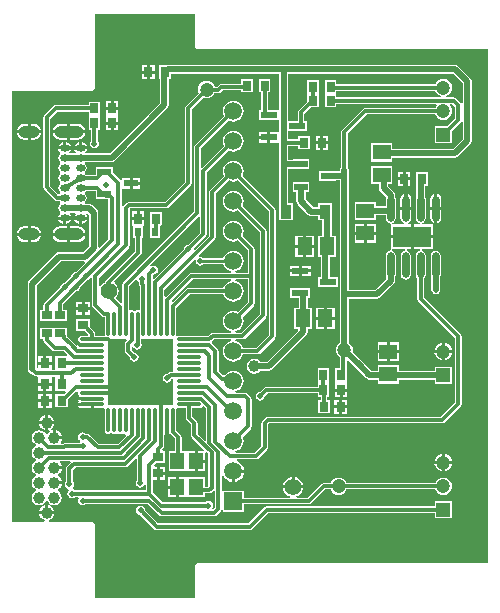
<source format=gtl>
G04*
G04 #@! TF.GenerationSoftware,Altium Limited,Altium Designer,21.6.1 (37)*
G04*
G04 Layer_Physical_Order=1*
G04 Layer_Color=255*
%FSLAX25Y25*%
%MOIN*%
G70*
G04*
G04 #@! TF.SameCoordinates,5EA0F2DE-1706-4193-BDFD-DA62A5601E92*
G04*
G04*
G04 #@! TF.FilePolarity,Positive*
G04*
G01*
G75*
%ADD18C,0.01000*%
%ADD19O,0.02362X0.08661*%
%ADD20R,0.12992X0.07087*%
%ADD21R,0.04528X0.02362*%
%ADD22R,0.03543X0.03150*%
%ADD23C,0.03937*%
%ADD24R,0.05709X0.02362*%
%ADD25R,0.03600X0.04800*%
%ADD26R,0.03150X0.03543*%
%ADD27R,0.02756X0.03543*%
%ADD28R,0.05906X0.05118*%
%ADD29R,0.05118X0.05906*%
%ADD30R,0.03543X0.02756*%
%ADD31R,0.02362X0.03150*%
%ADD32O,0.01181X0.08268*%
%ADD33O,0.08268X0.01181*%
%ADD34R,0.04724X0.05512*%
%ADD59C,0.01181*%
%ADD60C,0.01968*%
%ADD61C,0.04724*%
%ADD62O,0.03150X0.02441*%
%ADD63O,0.09843X0.03937*%
%ADD64O,0.07087X0.03937*%
%ADD65R,0.04724X0.04724*%
%ADD66C,0.05906*%
%ADD67R,0.05906X0.05906*%
%ADD68C,0.05512*%
%ADD69C,0.01968*%
G36*
X-12831Y86614D02*
X-12753Y86224D01*
X-12532Y85893D01*
X-12201Y85672D01*
X-11811Y85595D01*
X84965Y85595D01*
X84965Y-85595D01*
X-11811Y-85595D01*
X-12201Y-85672D01*
X-12532Y-85893D01*
X-12753Y-86224D01*
X-12831Y-86614D01*
X-12831Y-97406D01*
X-46224Y-97406D01*
X-46224Y-72835D01*
X-46302Y-72444D01*
X-46523Y-72114D01*
X-46854Y-71893D01*
X-47244Y-71815D01*
X-61408Y-71815D01*
X-61515Y-71343D01*
X-60890Y-71084D01*
X-60353Y-70673D01*
X-59942Y-70136D01*
X-59683Y-69511D01*
X-59660Y-69341D01*
X-62185Y-69341D01*
X-64710Y-69341D01*
X-64687Y-69511D01*
X-64429Y-70136D01*
X-64017Y-70673D01*
X-63480Y-71084D01*
X-62856Y-71343D01*
X-62962Y-71815D01*
X-73784Y-71815D01*
X-73784Y71815D01*
X-47244Y71815D01*
X-46854Y71893D01*
X-46523Y72114D01*
X-46302Y72444D01*
X-46224Y72835D01*
X-46224Y97406D01*
X-12831Y97406D01*
X-12831Y86614D01*
X-12831Y86614D02*
G37*
%LPC*%
G36*
X-26081Y80372D02*
X-27756Y80372D01*
X-27756Y78500D01*
X-26081Y78500D01*
X-26081Y80372D01*
X-26081Y80372D02*
G37*
G36*
X-28756Y80372D02*
X-30431Y80372D01*
X-30431Y78500D01*
X-28756Y78500D01*
X-28756Y80372D01*
X-28756Y80372D02*
G37*
G36*
X-26081Y77500D02*
X-27756Y77500D01*
X-27756Y75628D01*
X-26081Y75628D01*
X-26081Y77500D01*
X-26081Y77500D02*
G37*
G36*
X-28756Y77500D02*
X-30431Y77500D01*
X-30431Y75628D01*
X-28756Y75628D01*
X-28756Y77500D01*
X-28756Y77500D02*
G37*
G36*
X74000Y80513D02*
X74000Y80513D01*
X-21847Y80513D01*
X-22426Y80398D01*
X-22615Y80272D01*
X-24819Y80272D01*
X-24819Y75728D01*
X-24513Y75728D01*
X-24513Y67627D01*
X-41198Y50942D01*
X-49131Y50942D01*
X-49282Y51442D01*
X-49251Y51464D01*
X-48848Y52066D01*
X-48807Y52276D01*
X-50918Y52276D01*
X-53029Y52276D01*
X-52987Y52066D01*
X-52584Y51464D01*
X-52553Y51442D01*
X-52704Y50942D01*
X-54445Y50942D01*
X-54596Y51442D01*
X-54565Y51464D01*
X-54162Y52066D01*
X-54120Y52276D01*
X-56231Y52276D01*
X-58342Y52276D01*
X-58301Y52066D01*
X-57898Y51464D01*
X-57718Y51343D01*
X-57718Y50742D01*
X-57826Y50669D01*
X-58206Y50100D01*
X-58340Y49429D01*
X-58206Y48758D01*
X-57826Y48189D01*
X-57629Y48057D01*
X-57629Y47455D01*
X-57826Y47323D01*
X-58206Y46754D01*
X-58340Y46083D01*
X-58206Y45412D01*
X-57826Y44843D01*
X-57628Y44710D01*
X-57628Y44109D01*
X-57826Y43976D01*
X-58206Y43407D01*
X-58340Y42736D01*
X-58206Y42065D01*
X-57826Y41496D01*
X-57629Y41364D01*
X-57629Y40762D01*
X-57826Y40630D01*
X-58206Y40061D01*
X-58340Y39390D01*
X-58206Y38719D01*
X-57826Y38150D01*
X-57798Y38131D01*
X-57770Y37574D01*
X-58079Y37298D01*
X-58351Y37314D01*
X-61062Y40024D01*
X-61062Y62532D01*
X-58760Y64833D01*
X-48138Y64833D01*
X-48138Y63795D01*
X-48138Y63295D01*
X-48138Y63173D01*
X-48138Y58752D01*
X-47372Y58752D01*
X-47372Y55141D01*
X-47658Y54713D01*
X-47773Y54134D01*
X-47658Y53555D01*
X-47330Y53064D01*
X-46839Y52736D01*
X-46260Y52621D01*
X-45681Y52736D01*
X-45190Y53064D01*
X-44862Y53555D01*
X-44747Y54134D01*
X-44862Y54713D01*
X-45148Y55141D01*
X-45148Y58752D01*
X-44382Y58752D01*
X-44382Y63173D01*
X-44382Y63673D01*
X-44382Y63795D01*
X-44382Y68217D01*
X-48138Y68217D01*
X-48138Y67057D01*
X-59221Y67057D01*
X-59646Y66972D01*
X-60007Y66731D01*
X-60007Y66731D01*
X-62960Y63778D01*
X-63201Y63418D01*
X-63285Y62992D01*
X-63285Y62992D01*
X-63285Y39563D01*
X-63285Y39563D01*
X-63201Y39138D01*
X-62960Y38777D01*
X-59440Y35257D01*
X-59440Y35257D01*
X-59079Y35016D01*
X-58653Y34931D01*
X-57912Y34931D01*
X-57826Y34803D01*
X-57629Y34671D01*
X-57629Y34069D01*
X-57826Y33937D01*
X-58206Y33368D01*
X-58340Y32697D01*
X-58206Y32026D01*
X-57826Y31457D01*
X-57718Y31384D01*
X-57718Y30783D01*
X-57898Y30663D01*
X-58301Y30060D01*
X-58342Y29850D01*
X-56231Y29850D01*
X-54120Y29850D01*
X-54162Y30060D01*
X-54565Y30663D01*
X-54596Y30684D01*
X-54445Y31184D01*
X-52704Y31184D01*
X-52553Y30684D01*
X-52584Y30663D01*
X-52987Y30060D01*
X-53029Y29850D01*
X-50918Y29850D01*
X-48807Y29850D01*
X-48848Y30060D01*
X-49251Y30663D01*
X-49282Y30684D01*
X-49131Y31184D01*
X-48653Y31184D01*
X-48013Y30544D01*
X-48013Y20127D01*
X-50127Y18013D01*
X-58000Y18013D01*
X-58579Y17898D01*
X-59070Y17570D01*
X-59070Y17570D01*
X-68070Y8570D01*
X-68398Y8079D01*
X-68513Y7500D01*
X-68513Y7500D01*
X-68513Y-21085D01*
X-68398Y-21664D01*
X-68070Y-22155D01*
X-67579Y-22483D01*
X-67074Y-22584D01*
X-66626Y-23032D01*
X-66576Y-23065D01*
X-66542Y-23115D01*
X-66181Y-23356D01*
X-65756Y-23441D01*
X-65353Y-23441D01*
X-64931Y-23628D01*
X-64931Y-23941D01*
X-64931Y-25500D01*
X-62756Y-25500D01*
X-60581Y-25500D01*
X-60581Y-23628D01*
X-60159Y-23441D01*
X-59700Y-23441D01*
X-59319Y-23728D01*
X-59319Y-28272D01*
X-56047Y-28272D01*
X-55856Y-28734D01*
X-56351Y-29228D01*
X-59319Y-29228D01*
X-59319Y-33772D01*
X-55169Y-33772D01*
X-55169Y-31163D01*
X-55082Y-31105D01*
X-52238Y-28261D01*
X-52100Y-28282D01*
X-51726Y-28796D01*
X-51732Y-28825D01*
X-51647Y-29250D01*
X-51406Y-29611D01*
X-51584Y-30094D01*
X-51718Y-30293D01*
X-47077Y-30293D01*
X-47077Y-31293D01*
X-51718Y-31293D01*
X-51640Y-31410D01*
X-51520Y-31778D01*
X-51640Y-32145D01*
X-51718Y-32262D01*
X-47077Y-32262D01*
X-47077Y-32762D01*
X-46577Y-32762D01*
X-46577Y-33976D01*
X-43533Y-33976D01*
X-43221Y-33914D01*
X-43203Y-33922D01*
X-42875Y-34225D01*
X-42828Y-34306D01*
X-42874Y-34534D01*
X-42874Y-41620D01*
X-42789Y-42046D01*
X-42548Y-42406D01*
X-42187Y-42647D01*
X-41762Y-42732D01*
X-41336Y-42647D01*
X-40975Y-42406D01*
X-40579Y-42406D01*
X-40219Y-42647D01*
X-39793Y-42732D01*
X-39368Y-42647D01*
X-39149Y-42501D01*
X-38611Y-42406D01*
X-38250Y-42647D01*
X-37825Y-42732D01*
X-37399Y-42647D01*
X-37038Y-42406D01*
X-36642Y-42406D01*
X-36282Y-42647D01*
X-35986Y-42706D01*
X-35809Y-43072D01*
X-35789Y-43216D01*
X-38461Y-45888D01*
X-44739Y-45888D01*
X-47814Y-42814D01*
X-48175Y-42573D01*
X-48600Y-42488D01*
X-48600Y-42488D01*
X-49193Y-42488D01*
X-49621Y-42202D01*
X-50200Y-42087D01*
X-50779Y-42202D01*
X-51270Y-42530D01*
X-51598Y-43021D01*
X-51713Y-43600D01*
X-51598Y-44179D01*
X-51270Y-44670D01*
X-51142Y-44756D01*
X-51109Y-45313D01*
X-51407Y-45588D01*
X-56091Y-45588D01*
X-56091Y-45588D01*
X-56517Y-45673D01*
X-56689Y-45788D01*
X-57311Y-45788D01*
X-57558Y-45288D01*
X-57442Y-45136D01*
X-57183Y-44511D01*
X-57160Y-44341D01*
X-59685Y-44341D01*
X-59685Y-43841D01*
X-60185Y-43841D01*
X-60185Y-41316D01*
X-60356Y-41338D01*
X-60451Y-41378D01*
X-60703Y-40941D01*
X-60353Y-40673D01*
X-59942Y-40136D01*
X-59683Y-39511D01*
X-59660Y-39341D01*
X-61685Y-39341D01*
X-61685Y-41366D01*
X-61515Y-41343D01*
X-61419Y-41304D01*
X-61167Y-41740D01*
X-61517Y-42009D01*
X-61929Y-42545D01*
X-61948Y-42593D01*
X-62513Y-42649D01*
X-62905Y-42061D01*
X-63722Y-41515D01*
X-64685Y-41324D01*
X-65648Y-41515D01*
X-66465Y-42061D01*
X-67010Y-42878D01*
X-67202Y-43841D01*
X-67010Y-44804D01*
X-66465Y-45620D01*
X-65803Y-46063D01*
X-65788Y-46104D01*
X-65788Y-46577D01*
X-65803Y-46619D01*
X-66465Y-47061D01*
X-67010Y-47877D01*
X-67202Y-48841D01*
X-67010Y-49804D01*
X-66465Y-50620D01*
X-65803Y-51063D01*
X-65788Y-51104D01*
X-65788Y-51577D01*
X-65803Y-51618D01*
X-66465Y-52061D01*
X-67010Y-52877D01*
X-67202Y-53841D01*
X-67010Y-54804D01*
X-66465Y-55620D01*
X-65803Y-56063D01*
X-65788Y-56104D01*
X-65788Y-56577D01*
X-65803Y-56618D01*
X-66465Y-57061D01*
X-67010Y-57877D01*
X-67202Y-58841D01*
X-67010Y-59804D01*
X-66465Y-60620D01*
X-65803Y-61063D01*
X-65788Y-61104D01*
X-65788Y-61577D01*
X-65803Y-61619D01*
X-66465Y-62061D01*
X-67010Y-62878D01*
X-67202Y-63841D01*
X-67010Y-64804D01*
X-66465Y-65620D01*
X-65648Y-66166D01*
X-64685Y-66357D01*
X-63722Y-66166D01*
X-62905Y-65620D01*
X-62463Y-64958D01*
X-62422Y-64944D01*
X-61949Y-64944D01*
X-61907Y-64958D01*
X-61465Y-65620D01*
X-60648Y-66166D01*
X-59685Y-66357D01*
X-58722Y-66166D01*
X-57905Y-65620D01*
X-57360Y-64804D01*
X-57168Y-63841D01*
X-57360Y-62878D01*
X-57905Y-62061D01*
X-58493Y-61668D01*
X-58438Y-61104D01*
X-58390Y-61084D01*
X-57853Y-60673D01*
X-57442Y-60136D01*
X-57183Y-59511D01*
X-57160Y-59341D01*
X-59685Y-59341D01*
X-59685Y-58341D01*
X-57160Y-58341D01*
X-57183Y-58170D01*
X-57442Y-57545D01*
X-57853Y-57009D01*
X-58366Y-56616D01*
X-58405Y-56346D01*
X-58405Y-56336D01*
X-58366Y-56066D01*
X-57853Y-55673D01*
X-57442Y-55136D01*
X-57183Y-54511D01*
X-57160Y-54341D01*
X-59685Y-54341D01*
X-59685Y-53341D01*
X-57160Y-53341D01*
X-57183Y-53170D01*
X-57442Y-52545D01*
X-57774Y-52112D01*
X-57617Y-51612D01*
X-54391Y-51612D01*
X-54184Y-52112D01*
X-55388Y-53316D01*
X-55629Y-53676D01*
X-55714Y-54102D01*
X-55714Y-54102D01*
X-55714Y-58413D01*
X-56000Y-58842D01*
X-56115Y-59421D01*
X-56000Y-60000D01*
X-55672Y-60491D01*
X-55181Y-60819D01*
X-54930Y-60869D01*
X-54825Y-61400D01*
X-54870Y-61430D01*
X-55198Y-61921D01*
X-55313Y-62500D01*
X-55198Y-63079D01*
X-54870Y-63570D01*
X-54379Y-63898D01*
X-53800Y-64013D01*
X-53221Y-63898D01*
X-52793Y-63612D01*
X-51793Y-63612D01*
X-51525Y-64112D01*
X-51598Y-64221D01*
X-51713Y-64800D01*
X-51598Y-65379D01*
X-51270Y-65870D01*
X-50779Y-66198D01*
X-50200Y-66313D01*
X-49621Y-66198D01*
X-49193Y-65912D01*
X-28538Y-65912D01*
X-24664Y-69786D01*
X-24664Y-69786D01*
X-24303Y-70027D01*
X-23877Y-70112D01*
X-23877Y-70112D01*
X-6491Y-70112D01*
X-6491Y-70112D01*
X-6066Y-70027D01*
X-5705Y-69786D01*
X-4214Y-68295D01*
X-4214Y-68295D01*
X-3973Y-67935D01*
X-3953Y-67834D01*
X-3453Y-67883D01*
X-3453Y-68453D01*
X3453Y-68453D01*
X3453Y-66112D01*
X25200Y-66112D01*
X25200Y-66112D01*
X25626Y-66027D01*
X25986Y-65786D01*
X30661Y-61112D01*
X32462Y-61112D01*
X32600Y-61443D01*
X33059Y-62041D01*
X33656Y-62500D01*
X34353Y-62788D01*
X35100Y-62887D01*
X35847Y-62788D01*
X36544Y-62500D01*
X37141Y-62041D01*
X37600Y-61443D01*
X37738Y-61112D01*
X67362Y-61112D01*
X67500Y-61443D01*
X67959Y-62041D01*
X68557Y-62500D01*
X69253Y-62788D01*
X70000Y-62887D01*
X70747Y-62788D01*
X71443Y-62500D01*
X72041Y-62041D01*
X72500Y-61443D01*
X72789Y-60747D01*
X72887Y-60000D01*
X72789Y-59253D01*
X72500Y-58557D01*
X72041Y-57959D01*
X71443Y-57500D01*
X70747Y-57212D01*
X70000Y-57113D01*
X69253Y-57212D01*
X68557Y-57500D01*
X67959Y-57959D01*
X67500Y-58557D01*
X67362Y-58888D01*
X37738Y-58888D01*
X37600Y-58557D01*
X37141Y-57959D01*
X36544Y-57500D01*
X35847Y-57212D01*
X35100Y-57113D01*
X34353Y-57212D01*
X33656Y-57500D01*
X33059Y-57959D01*
X32600Y-58557D01*
X32462Y-58888D01*
X30200Y-58888D01*
X30200Y-58888D01*
X29774Y-58973D01*
X29414Y-59214D01*
X29414Y-59214D01*
X24739Y-63888D01*
X21172Y-63888D01*
X21073Y-63388D01*
X21692Y-63131D01*
X22393Y-62594D01*
X22931Y-61892D01*
X23269Y-61076D01*
X23319Y-60700D01*
X20000Y-60700D01*
X16681Y-60700D01*
X16730Y-61076D01*
X17069Y-61892D01*
X17606Y-62594D01*
X18308Y-63131D01*
X18927Y-63388D01*
X18828Y-63888D01*
X3453Y-63888D01*
X3453Y-61547D01*
X-3388Y-61547D01*
X-3453Y-61547D01*
X-3888Y-61391D01*
X-3888Y-56204D01*
X-3388Y-56104D01*
X-3103Y-56792D01*
X-2534Y-57534D01*
X-1792Y-58103D01*
X-927Y-58461D01*
X-500Y-58518D01*
X-500Y-55000D01*
X0Y-55000D01*
X0Y-54500D01*
X3518Y-54500D01*
X3461Y-54073D01*
X3103Y-53208D01*
X2534Y-52466D01*
X1792Y-51897D01*
X1104Y-51612D01*
X1204Y-51112D01*
X7500Y-51112D01*
X7500Y-51112D01*
X7925Y-51027D01*
X8286Y-50786D01*
X11286Y-47786D01*
X11527Y-47425D01*
X11612Y-47000D01*
X11612Y-39461D01*
X11961Y-39112D01*
X69500Y-39112D01*
X69500Y-39112D01*
X69925Y-39027D01*
X70286Y-38786D01*
X75786Y-33286D01*
X75786Y-33286D01*
X76027Y-32926D01*
X76112Y-32500D01*
X76112Y-10000D01*
X76112Y-10000D01*
X76027Y-9574D01*
X75786Y-9214D01*
X63612Y2961D01*
X63612Y9227D01*
X63706Y9290D01*
X64077Y9846D01*
X64208Y10502D01*
X64208Y16801D01*
X64077Y17457D01*
X63706Y18013D01*
X63150Y18384D01*
X62786Y18457D01*
X62835Y18957D01*
X66696Y18957D01*
X66696Y22600D01*
X60100Y22600D01*
X60100Y18957D01*
X62152Y18957D01*
X62201Y18457D01*
X61838Y18384D01*
X61282Y18013D01*
X60910Y17457D01*
X60780Y16801D01*
X60780Y10502D01*
X60910Y9846D01*
X61282Y9290D01*
X61388Y9218D01*
X61388Y2500D01*
X61388Y2500D01*
X61473Y2074D01*
X61714Y1714D01*
X73888Y-10461D01*
X73888Y-32039D01*
X69039Y-36888D01*
X11500Y-36888D01*
X11074Y-36973D01*
X10714Y-37214D01*
X10714Y-37214D01*
X9714Y-38214D01*
X9473Y-38574D01*
X9388Y-39000D01*
X9388Y-39000D01*
X9388Y-46539D01*
X7039Y-48888D01*
X750Y-48888D01*
X717Y-48388D01*
X901Y-48364D01*
X1741Y-48016D01*
X2462Y-47462D01*
X3016Y-46741D01*
X3364Y-45901D01*
X3483Y-45000D01*
X3364Y-44099D01*
X3103Y-43469D01*
X5786Y-40786D01*
X5786Y-40786D01*
X6027Y-40426D01*
X6112Y-40000D01*
X6112Y-40000D01*
X6112Y-31000D01*
X6027Y-30575D01*
X5786Y-30214D01*
X5786Y-30214D01*
X4786Y-29214D01*
X4425Y-28973D01*
X4000Y-28888D01*
X4000Y-28888D01*
X750Y-28888D01*
X717Y-28388D01*
X901Y-28364D01*
X1741Y-28016D01*
X2462Y-27463D01*
X3016Y-26741D01*
X3364Y-25901D01*
X3483Y-25000D01*
X3364Y-24099D01*
X3016Y-23259D01*
X2462Y-22537D01*
X1741Y-21984D01*
X901Y-21636D01*
X0Y-21518D01*
X-901Y-21636D01*
X-1741Y-21984D01*
X-2462Y-22537D01*
X-2802Y-22980D01*
X-3413Y-23014D01*
X-4888Y-21539D01*
X-4888Y-15000D01*
X-4888Y-15000D01*
X-4973Y-14574D01*
X-5214Y-14214D01*
X-7045Y-12383D01*
X-7120Y-12167D01*
X-7060Y-11741D01*
X-6431Y-11112D01*
X-750Y-11112D01*
X-717Y-11612D01*
X-901Y-11636D01*
X-1741Y-11984D01*
X-2462Y-12538D01*
X-3016Y-13259D01*
X-3364Y-14099D01*
X-3483Y-15000D01*
X-3364Y-15901D01*
X-3016Y-16741D01*
X-2462Y-17462D01*
X-1741Y-18016D01*
X-901Y-18364D01*
X0Y-18483D01*
X901Y-18364D01*
X1741Y-18016D01*
X2462Y-17462D01*
X3016Y-16741D01*
X3277Y-16112D01*
X8000Y-16112D01*
X8000Y-16112D01*
X8426Y-16027D01*
X8786Y-15786D01*
X13786Y-10786D01*
X13786Y-10786D01*
X14027Y-10425D01*
X14112Y-10000D01*
X14112Y-10000D01*
X14112Y32000D01*
X14112Y32000D01*
X14027Y32425D01*
X13786Y32786D01*
X13786Y32786D01*
X3103Y43469D01*
X3364Y44099D01*
X3483Y45000D01*
X3364Y45901D01*
X3016Y46741D01*
X2462Y47462D01*
X1741Y48016D01*
X901Y48364D01*
X0Y48482D01*
X-901Y48364D01*
X-1741Y48016D01*
X-2462Y47462D01*
X-3016Y46741D01*
X-3364Y45901D01*
X-3483Y45000D01*
X-3364Y44099D01*
X-3103Y43469D01*
X-7786Y38786D01*
X-8027Y38425D01*
X-8112Y38000D01*
X-8112Y38000D01*
X-8112Y23461D01*
X-12722Y18850D01*
X-13249Y19031D01*
X-13265Y19162D01*
X-9214Y23214D01*
X-9214Y23214D01*
X-8973Y23574D01*
X-8888Y24000D01*
X-8888Y24000D01*
X-8888Y44539D01*
X-1531Y51897D01*
X-901Y51636D01*
X0Y51517D01*
X901Y51636D01*
X1741Y51984D01*
X2462Y52538D01*
X3016Y53259D01*
X3364Y54099D01*
X3483Y55000D01*
X3364Y55901D01*
X3016Y56741D01*
X2462Y57463D01*
X1741Y58016D01*
X901Y58364D01*
X0Y58482D01*
X-901Y58364D01*
X-1741Y58016D01*
X-2462Y57463D01*
X-3016Y56741D01*
X-3364Y55901D01*
X-3483Y55000D01*
X-3364Y54099D01*
X-3103Y53469D01*
X-10388Y46184D01*
X-10888Y46391D01*
X-10888Y52539D01*
X-1531Y61897D01*
X-901Y61636D01*
X0Y61518D01*
X901Y61636D01*
X1741Y61984D01*
X2462Y62537D01*
X3016Y63259D01*
X3364Y64099D01*
X3483Y65000D01*
X3364Y65901D01*
X3016Y66741D01*
X2462Y67462D01*
X1741Y68016D01*
X901Y68364D01*
X0Y68483D01*
X-901Y68364D01*
X-1741Y68016D01*
X-2462Y67462D01*
X-3016Y66741D01*
X-3364Y65901D01*
X-3483Y65000D01*
X-3364Y64099D01*
X-3103Y63469D01*
X-12786Y53786D01*
X-13027Y53426D01*
X-13112Y53000D01*
X-13112Y53000D01*
X-13112Y31461D01*
X-36642Y7930D01*
X-36883Y7569D01*
X-36968Y7144D01*
X-36968Y7144D01*
X-36968Y1223D01*
X-37468Y1016D01*
X-39157Y2705D01*
X-38656Y3358D01*
X-38328Y4150D01*
X-38216Y5000D01*
X-38328Y5850D01*
X-38656Y6642D01*
X-39178Y7322D01*
X-39586Y7635D01*
X-39659Y8269D01*
X-30868Y17059D01*
X-30868Y17059D01*
X-30627Y17420D01*
X-30542Y17846D01*
X-30542Y22725D01*
X-29973Y22725D01*
X-29973Y26828D01*
X-29675Y26828D01*
X-29675Y28700D01*
X-31653Y28700D01*
X-33631Y28700D01*
X-33631Y26828D01*
X-33335Y26828D01*
X-33335Y22725D01*
X-32766Y22725D01*
X-32766Y18306D01*
X-42502Y8571D01*
X-42743Y8210D01*
X-42786Y7991D01*
X-43142Y7844D01*
X-43822Y7322D01*
X-44344Y6642D01*
X-44388Y6536D01*
X-44888Y6635D01*
X-44888Y9539D01*
X-34914Y19514D01*
X-34673Y19874D01*
X-34588Y20300D01*
X-34588Y20300D01*
X-34588Y32339D01*
X-34339Y32588D01*
X-22300Y32588D01*
X-22300Y32588D01*
X-21874Y32673D01*
X-21514Y32914D01*
X-14214Y40214D01*
X-13973Y40574D01*
X-13888Y41000D01*
X-13888Y41000D01*
X-13888Y65639D01*
X-9979Y69549D01*
X-9647Y69411D01*
X-8900Y69313D01*
X-8153Y69411D01*
X-7457Y69700D01*
X-6859Y70159D01*
X-6400Y70757D01*
X-6345Y70888D01*
X-5000Y70888D01*
X-5000Y70888D01*
X-4575Y70973D01*
X-4214Y71214D01*
X-3539Y71888D01*
X2669Y71888D01*
X2669Y71228D01*
X6425Y71228D01*
X6425Y75772D01*
X2669Y75772D01*
X2669Y74112D01*
X-4000Y74112D01*
X-4425Y74027D01*
X-4786Y73786D01*
X-4786Y73786D01*
X-5461Y73112D01*
X-6180Y73112D01*
X-6400Y73643D01*
X-6859Y74241D01*
X-7457Y74700D01*
X-8153Y74989D01*
X-8900Y75087D01*
X-9647Y74989D01*
X-10343Y74700D01*
X-10941Y74241D01*
X-11400Y73643D01*
X-11688Y72947D01*
X-11787Y72200D01*
X-11688Y71453D01*
X-11551Y71121D01*
X-15786Y66886D01*
X-16027Y66526D01*
X-16112Y66100D01*
X-16112Y66100D01*
X-16112Y41461D01*
X-22761Y34812D01*
X-34800Y34812D01*
X-35225Y34727D01*
X-35586Y34486D01*
X-35586Y34486D01*
X-36486Y33586D01*
X-36707Y33256D01*
X-36744Y33250D01*
X-37207Y33512D01*
X-37207Y38832D01*
X-36935Y39219D01*
X-36707Y39219D01*
X-34571Y39219D01*
X-34571Y41000D01*
X-34571Y42781D01*
X-36935Y42781D01*
X-36935Y42004D01*
X-37435Y41852D01*
X-37533Y41999D01*
X-40165Y44631D01*
X-40165Y46421D01*
X-45693Y46421D01*
X-45693Y43937D01*
X-45782Y43848D01*
X-49237Y43848D01*
X-49323Y43976D01*
X-49521Y44109D01*
X-49521Y44710D01*
X-49323Y44843D01*
X-48943Y45412D01*
X-48809Y46083D01*
X-48943Y46754D01*
X-49323Y47323D01*
X-49461Y47416D01*
X-49309Y47916D01*
X-40571Y47916D01*
X-40571Y47916D01*
X-39992Y48031D01*
X-39501Y48359D01*
X-21930Y65930D01*
X-21930Y65930D01*
X-21602Y66421D01*
X-21487Y67000D01*
X-21487Y67000D01*
X-21487Y75728D01*
X-20669Y75728D01*
X-20669Y77487D01*
X15274Y77487D01*
X15274Y65902D01*
X15228Y65421D01*
X14774Y65421D01*
X11565Y65421D01*
X11565Y71228D01*
X12331Y71228D01*
X12331Y75772D01*
X8575Y75772D01*
X8575Y71228D01*
X9341Y71228D01*
X9341Y65421D01*
X8520Y65421D01*
X8520Y62059D01*
X15228Y62059D01*
X15274Y61578D01*
X15274Y58041D01*
X12374Y58041D01*
X12374Y56260D01*
X12374Y54479D01*
X15274Y54479D01*
X15274Y34400D01*
X15250Y34400D01*
X15250Y28600D01*
X19850Y28600D01*
X19850Y34400D01*
X18301Y34400D01*
X18301Y45727D01*
X19807Y45727D01*
X19807Y45559D01*
X25335Y45559D01*
X25335Y48921D01*
X19807Y48921D01*
X19807Y48753D01*
X18301Y48753D01*
X18301Y53388D01*
X21669Y53388D01*
X21669Y52228D01*
X25425Y52228D01*
X25425Y56772D01*
X21669Y56772D01*
X21669Y55612D01*
X18301Y55612D01*
X18301Y58319D01*
X24480Y58319D01*
X24480Y61681D01*
X23714Y61681D01*
X23714Y64095D01*
X25843Y66224D01*
X25867Y66228D01*
X28425Y66228D01*
X28425Y70728D01*
X28425Y75272D01*
X24669Y75272D01*
X24669Y70728D01*
X24669Y68165D01*
X24580Y68105D01*
X24580Y68105D01*
X21816Y65341D01*
X21575Y64981D01*
X21490Y64555D01*
X21490Y64555D01*
X21490Y61681D01*
X18301Y61681D01*
X18301Y77487D01*
X73373Y77487D01*
X76487Y74373D01*
X76487Y67873D01*
X76386Y67789D01*
X75786Y67786D01*
X75786Y67786D01*
X74286Y69286D01*
X73926Y69527D01*
X73500Y69612D01*
X73500Y69612D01*
X70851Y69612D01*
X70747Y70086D01*
X71443Y70374D01*
X72041Y70833D01*
X72500Y71431D01*
X72789Y72127D01*
X72887Y72874D01*
X72789Y73621D01*
X72500Y74318D01*
X72041Y74915D01*
X71443Y75374D01*
X70747Y75662D01*
X70000Y75761D01*
X69253Y75662D01*
X68557Y75374D01*
X67959Y74915D01*
X67500Y74318D01*
X67362Y73986D01*
X34331Y73986D01*
X34331Y75272D01*
X30575Y75272D01*
X30575Y70728D01*
X30575Y66228D01*
X34331Y66228D01*
X34331Y67388D01*
X67635Y67388D01*
X67841Y66888D01*
X67500Y66443D01*
X67362Y66112D01*
X44000Y66112D01*
X43575Y66027D01*
X43214Y65786D01*
X43214Y65786D01*
X36214Y58786D01*
X35973Y58425D01*
X35888Y58000D01*
X35888Y58000D01*
X35888Y46507D01*
X35602Y46079D01*
X35487Y45500D01*
X35487Y45013D01*
X34193Y45013D01*
X34193Y45181D01*
X28665Y45181D01*
X28665Y41819D01*
X34193Y41819D01*
X34193Y41987D01*
X35487Y41987D01*
X35487Y4000D01*
X35487Y-12154D01*
X34959Y-12559D01*
X34500Y-13157D01*
X34212Y-13853D01*
X34113Y-14600D01*
X34212Y-15347D01*
X34500Y-16044D01*
X34959Y-16641D01*
X35557Y-17100D01*
X35628Y-17130D01*
X35628Y-20728D01*
X34075Y-20728D01*
X34075Y-25170D01*
X33975Y-25628D01*
X33975Y-25730D01*
X33975Y-27500D01*
X35953Y-27500D01*
X37931Y-27500D01*
X37931Y-25730D01*
X37931Y-25628D01*
X37831Y-25170D01*
X37831Y-22320D01*
X37852Y-22213D01*
X37852Y-22212D01*
X37852Y-18246D01*
X38314Y-18054D01*
X41030Y-20770D01*
X41030Y-20770D01*
X44330Y-24070D01*
X44821Y-24398D01*
X45400Y-24513D01*
X45400Y-24513D01*
X48247Y-24513D01*
X48247Y-25799D01*
X55153Y-25799D01*
X55153Y-24513D01*
X67138Y-24513D01*
X67138Y-25862D01*
X72862Y-25862D01*
X72862Y-20138D01*
X67138Y-20138D01*
X67138Y-21487D01*
X55153Y-21487D01*
X55153Y-19681D01*
X48247Y-19681D01*
X48247Y-21487D01*
X46027Y-21487D01*
X43170Y-18630D01*
X43170Y-18630D01*
X43170Y-18630D01*
X39800Y-15260D01*
X39887Y-14600D01*
X39788Y-13853D01*
X39500Y-13157D01*
X39041Y-12559D01*
X38513Y-12154D01*
X38513Y2487D01*
X48000Y2487D01*
X48000Y2487D01*
X48579Y2602D01*
X49070Y2930D01*
X53566Y7426D01*
X53566Y7426D01*
X53894Y7917D01*
X54010Y8496D01*
X54010Y8496D01*
X54010Y9744D01*
X54077Y9846D01*
X54208Y10502D01*
X54208Y16801D01*
X54077Y17457D01*
X53706Y18013D01*
X53150Y18384D01*
X52903Y18433D01*
X52879Y18456D01*
X52964Y18915D01*
X52982Y18957D01*
X53003Y18957D01*
X57152Y18957D01*
X57201Y18457D01*
X56838Y18384D01*
X56282Y18013D01*
X55910Y17457D01*
X55780Y16801D01*
X55780Y10502D01*
X55910Y9846D01*
X56282Y9290D01*
X56838Y8918D01*
X57494Y8788D01*
X58150Y8918D01*
X58706Y9290D01*
X59077Y9846D01*
X59208Y10502D01*
X59208Y16801D01*
X59077Y17457D01*
X58706Y18013D01*
X58150Y18384D01*
X57786Y18457D01*
X57835Y18957D01*
X59100Y18957D01*
X59100Y22600D01*
X52504Y22600D01*
X52504Y18988D01*
X52503Y18953D01*
X52406Y18497D01*
X52327Y18482D01*
X51838Y18384D01*
X51282Y18013D01*
X50910Y17457D01*
X50780Y16801D01*
X50780Y10502D01*
X50910Y9846D01*
X50983Y9737D01*
X50983Y9123D01*
X47373Y5513D01*
X38513Y5513D01*
X38513Y43500D01*
X38513Y45500D01*
X38398Y46079D01*
X38112Y46507D01*
X38112Y57539D01*
X44461Y63888D01*
X67362Y63888D01*
X67500Y63557D01*
X67959Y62959D01*
X68557Y62500D01*
X69253Y62212D01*
X70000Y62113D01*
X70747Y62212D01*
X71443Y62500D01*
X72041Y62959D01*
X72500Y63557D01*
X72789Y64253D01*
X72887Y65000D01*
X72789Y65747D01*
X72500Y66443D01*
X72159Y66888D01*
X72365Y67388D01*
X73039Y67388D01*
X73888Y66539D01*
X73888Y62586D01*
X71290Y59988D01*
X67138Y59988D01*
X67138Y54264D01*
X72862Y54264D01*
X72862Y58416D01*
X75786Y61340D01*
X75786Y61340D01*
X76386Y61337D01*
X76487Y61253D01*
X76487Y55627D01*
X73373Y52513D01*
X52953Y52513D01*
X52953Y54299D01*
X46047Y54299D01*
X46047Y48181D01*
X52953Y48181D01*
X52953Y49487D01*
X74000Y49487D01*
X74000Y49487D01*
X74579Y49602D01*
X75070Y49930D01*
X79070Y53930D01*
X79070Y53930D01*
X79398Y54421D01*
X79513Y55000D01*
X79513Y75000D01*
X79398Y75579D01*
X79070Y76070D01*
X79070Y76070D01*
X75070Y80070D01*
X74579Y80398D01*
X74483Y80417D01*
X74000Y80513D01*
X74000Y80513D02*
G37*
G36*
X-38376Y68317D02*
X-39854Y68317D01*
X-39854Y66445D01*
X-38376Y66445D01*
X-38376Y68317D01*
X-38376Y68317D02*
G37*
G36*
X-40854Y68317D02*
X-42332Y68317D01*
X-42332Y66445D01*
X-40854Y66445D01*
X-40854Y68317D01*
X-40854Y68317D02*
G37*
G36*
X-38376Y65445D02*
X-40354Y65445D01*
X-42332Y65445D01*
X-42332Y63895D01*
X-42332Y63395D01*
X-42332Y63073D01*
X-42332Y61524D01*
X-40354Y61524D01*
X-38376Y61524D01*
X-38376Y63073D01*
X-38376Y63573D01*
X-38376Y63895D01*
X-38376Y65445D01*
X-38376Y65445D02*
G37*
G36*
X-38376Y60524D02*
X-39854Y60524D01*
X-39854Y58652D01*
X-38376Y58652D01*
X-38376Y60524D01*
X-38376Y60524D02*
G37*
G36*
X-40854Y60524D02*
X-42332Y60524D01*
X-42332Y58652D01*
X-40854Y58652D01*
X-40854Y60524D01*
X-40854Y60524D02*
G37*
G36*
X-51823Y60682D02*
X-54275Y60682D01*
X-54275Y58591D01*
X-49298Y58591D01*
X-49320Y58762D01*
X-49579Y59386D01*
X-49991Y59923D01*
X-50527Y60335D01*
X-51152Y60593D01*
X-51823Y60682D01*
X-51823Y60682D02*
G37*
G36*
X-55275Y60682D02*
X-57728Y60682D01*
X-58399Y60593D01*
X-59023Y60335D01*
X-59560Y59923D01*
X-59972Y59386D01*
X-60230Y58762D01*
X-60253Y58591D01*
X-55275Y58591D01*
X-55275Y60682D01*
X-55275Y60682D02*
G37*
G36*
X-66508Y60682D02*
X-67582Y60682D01*
X-67582Y58591D01*
X-63983Y58591D01*
X-64005Y58762D01*
X-64264Y59386D01*
X-64676Y59923D01*
X-65212Y60335D01*
X-65837Y60593D01*
X-66508Y60682D01*
X-66508Y60682D02*
G37*
G36*
X-68582Y60682D02*
X-69657Y60682D01*
X-70328Y60593D01*
X-70953Y60335D01*
X-71489Y59923D01*
X-71901Y59386D01*
X-72160Y58762D01*
X-72182Y58591D01*
X-68582Y58591D01*
X-68582Y60682D01*
X-68582Y60682D02*
G37*
G36*
X11374Y58041D02*
X8420Y58041D01*
X8420Y56760D01*
X11374Y56760D01*
X11374Y58041D01*
X11374Y58041D02*
G37*
G36*
X-49298Y57591D02*
X-54275Y57591D01*
X-54275Y55500D01*
X-51823Y55500D01*
X-51152Y55589D01*
X-50527Y55847D01*
X-49991Y56259D01*
X-49579Y56796D01*
X-49320Y57420D01*
X-49298Y57591D01*
X-49298Y57591D02*
G37*
G36*
X-55275Y57591D02*
X-60253Y57591D01*
X-60230Y57420D01*
X-59972Y56796D01*
X-59560Y56259D01*
X-59023Y55847D01*
X-58399Y55589D01*
X-57728Y55500D01*
X-55275Y55500D01*
X-55275Y57591D01*
X-55275Y57591D02*
G37*
G36*
X-63983Y57591D02*
X-67582Y57591D01*
X-67582Y55500D01*
X-66508Y55500D01*
X-65837Y55589D01*
X-65212Y55847D01*
X-64676Y56259D01*
X-64264Y56796D01*
X-64005Y57420D01*
X-63983Y57591D01*
X-63983Y57591D02*
G37*
G36*
X-68582Y57591D02*
X-72182Y57591D01*
X-72160Y57420D01*
X-71901Y56796D01*
X-71489Y56259D01*
X-70953Y55847D01*
X-70328Y55589D01*
X-69657Y55500D01*
X-68582Y55500D01*
X-68582Y57591D01*
X-68582Y57591D02*
G37*
G36*
X31431Y56872D02*
X29953Y56872D01*
X29953Y55000D01*
X31431Y55000D01*
X31431Y56872D01*
X31431Y56872D02*
G37*
G36*
X28953Y56872D02*
X27475Y56872D01*
X27475Y55000D01*
X28953Y55000D01*
X28953Y56872D01*
X28953Y56872D02*
G37*
G36*
X11374Y55760D02*
X8420Y55760D01*
X8420Y54479D01*
X11374Y54479D01*
X11374Y55760D01*
X11374Y55760D02*
G37*
G36*
X-55731Y54603D02*
X-55731Y53276D01*
X-54120Y53276D01*
X-54162Y53486D01*
X-54565Y54088D01*
X-55167Y54491D01*
X-55731Y54603D01*
X-55731Y54603D02*
G37*
G36*
X-50418Y54603D02*
X-50418Y53276D01*
X-48807Y53276D01*
X-48848Y53486D01*
X-49251Y54088D01*
X-49853Y54491D01*
X-50418Y54603D01*
X-50418Y54603D02*
G37*
G36*
X-51417Y54603D02*
X-51982Y54491D01*
X-52584Y54088D01*
X-52987Y53486D01*
X-53029Y53276D01*
X-51417Y53276D01*
X-51417Y54603D01*
X-51417Y54603D02*
G37*
G36*
X-56731Y54603D02*
X-57296Y54491D01*
X-57898Y54088D01*
X-58301Y53486D01*
X-58342Y53276D01*
X-56731Y53276D01*
X-56731Y54603D01*
X-56731Y54603D02*
G37*
G36*
X31431Y54000D02*
X29953Y54000D01*
X29953Y52128D01*
X31431Y52128D01*
X31431Y54000D01*
X31431Y54000D02*
G37*
G36*
X28953Y54000D02*
X27475Y54000D01*
X27475Y52128D01*
X28953Y52128D01*
X28953Y54000D01*
X28953Y54000D02*
G37*
G36*
X59025Y44772D02*
X57547Y44772D01*
X57547Y42900D01*
X59025Y42900D01*
X59025Y44772D01*
X59025Y44772D02*
G37*
G36*
X56547Y44772D02*
X55069Y44772D01*
X55069Y42900D01*
X56547Y42900D01*
X56547Y44772D01*
X56547Y44772D02*
G37*
G36*
X-31207Y42781D02*
X-33571Y42781D01*
X-33571Y41500D01*
X-31207Y41500D01*
X-31207Y42781D01*
X-31207Y42781D02*
G37*
G36*
X59025Y41900D02*
X57547Y41900D01*
X57547Y40028D01*
X59025Y40028D01*
X59025Y41900D01*
X59025Y41900D02*
G37*
G36*
X56547Y41900D02*
X55069Y41900D01*
X55069Y40028D01*
X56547Y40028D01*
X56547Y41900D01*
X56547Y41900D02*
G37*
G36*
X-31207Y40500D02*
X-33571Y40500D01*
X-33571Y39219D01*
X-31207Y39219D01*
X-31207Y40500D01*
X-31207Y40500D02*
G37*
G36*
X52953Y46819D02*
X46047Y46819D01*
X46047Y40701D01*
X48586Y40701D01*
X48586Y39401D01*
X48586Y39401D01*
X48701Y38822D01*
X49029Y38331D01*
X50911Y36448D01*
X50911Y36356D01*
X50910Y36354D01*
X50780Y35698D01*
X50780Y33253D01*
X47453Y33253D01*
X47453Y34799D01*
X40547Y34799D01*
X40547Y28681D01*
X47453Y28681D01*
X47453Y30227D01*
X50780Y30227D01*
X50780Y29399D01*
X50910Y28743D01*
X51282Y28187D01*
X51838Y27816D01*
X52297Y27724D01*
X52406Y27703D01*
X52503Y27247D01*
X52504Y27212D01*
X52504Y26883D01*
X52504Y23600D01*
X59100Y23600D01*
X59100Y27243D01*
X58504Y27243D01*
X58216Y27707D01*
X58221Y27743D01*
X58778Y28115D01*
X59171Y28704D01*
X59310Y29399D01*
X59310Y32049D01*
X55678Y32049D01*
X55678Y29399D01*
X55816Y28704D01*
X56210Y28115D01*
X56766Y27743D01*
X56771Y27707D01*
X56484Y27243D01*
X53003Y27243D01*
X52972Y27243D01*
X52834Y27258D01*
X52786Y27743D01*
X53150Y27816D01*
X53706Y28187D01*
X54077Y28743D01*
X54208Y29399D01*
X54208Y35698D01*
X54077Y36354D01*
X53938Y36563D01*
X53938Y37075D01*
X53938Y37075D01*
X53823Y37655D01*
X53495Y38145D01*
X53495Y38145D01*
X51612Y40028D01*
X51612Y40701D01*
X52953Y40701D01*
X52953Y46819D01*
X52953Y46819D02*
G37*
G36*
X67994Y37415D02*
X67994Y33049D01*
X69310Y33049D01*
X69310Y35698D01*
X69172Y36393D01*
X68778Y36983D01*
X68189Y37376D01*
X67994Y37415D01*
X67994Y37415D02*
G37*
G36*
X66994Y37415D02*
X66799Y37376D01*
X66210Y36983D01*
X65816Y36393D01*
X65678Y35698D01*
X65678Y33049D01*
X66994Y33049D01*
X66994Y37415D01*
X66994Y37415D02*
G37*
G36*
X57994Y37415D02*
X57994Y33049D01*
X59310Y33049D01*
X59310Y35698D01*
X59171Y36393D01*
X58778Y36983D01*
X58189Y37376D01*
X57994Y37415D01*
X57994Y37415D02*
G37*
G36*
X56994Y37415D02*
X56799Y37376D01*
X56210Y36983D01*
X55816Y36393D01*
X55678Y35698D01*
X55678Y33049D01*
X56994Y33049D01*
X56994Y37415D01*
X56994Y37415D02*
G37*
G36*
X-29675Y31572D02*
X-31153Y31572D01*
X-31153Y29700D01*
X-29675Y29700D01*
X-29675Y31572D01*
X-29675Y31572D02*
G37*
G36*
X-32153Y31572D02*
X-33631Y31572D01*
X-33631Y29700D01*
X-32153Y29700D01*
X-32153Y31572D01*
X-32153Y31572D02*
G37*
G36*
X69310Y32049D02*
X67994Y32049D01*
X67994Y27683D01*
X68189Y27721D01*
X68778Y28115D01*
X69172Y28704D01*
X69310Y29399D01*
X69310Y32049D01*
X69310Y32049D02*
G37*
G36*
X66994Y32049D02*
X65678Y32049D01*
X65678Y29399D01*
X65816Y28704D01*
X66210Y28115D01*
X66799Y27721D01*
X66994Y27683D01*
X66994Y32049D01*
X66994Y32049D02*
G37*
G36*
X-54120Y28850D02*
X-55731Y28850D01*
X-55731Y27523D01*
X-55167Y27635D01*
X-54565Y28038D01*
X-54162Y28640D01*
X-54120Y28850D01*
X-54120Y28850D02*
G37*
G36*
X-48807Y28850D02*
X-50418Y28850D01*
X-50418Y27523D01*
X-49853Y27635D01*
X-49251Y28038D01*
X-48848Y28640D01*
X-48807Y28850D01*
X-48807Y28850D02*
G37*
G36*
X-51417Y28850D02*
X-53029Y28850D01*
X-52987Y28640D01*
X-52584Y28038D01*
X-51982Y27635D01*
X-51417Y27523D01*
X-51417Y28850D01*
X-51417Y28850D02*
G37*
G36*
X-56731Y28850D02*
X-58342Y28850D01*
X-58301Y28640D01*
X-57898Y28038D01*
X-57296Y27635D01*
X-56731Y27523D01*
X-56731Y28850D01*
X-56731Y28850D02*
G37*
G36*
X47553Y27419D02*
X44500Y27419D01*
X44500Y24760D01*
X47553Y24760D01*
X47553Y27419D01*
X47553Y27419D02*
G37*
G36*
X43500Y27419D02*
X40447Y27419D01*
X40447Y24760D01*
X43500Y24760D01*
X43500Y27419D01*
X43500Y27419D02*
G37*
G36*
X-51823Y26626D02*
X-54275Y26626D01*
X-54275Y24535D01*
X-49298Y24535D01*
X-49320Y24705D01*
X-49579Y25330D01*
X-49991Y25867D01*
X-50527Y26279D01*
X-51152Y26537D01*
X-51823Y26626D01*
X-51823Y26626D02*
G37*
G36*
X-55275Y26626D02*
X-57728Y26626D01*
X-58399Y26537D01*
X-59023Y26279D01*
X-59560Y25867D01*
X-59972Y25330D01*
X-60230Y24705D01*
X-60253Y24535D01*
X-55275Y24535D01*
X-55275Y26626D01*
X-55275Y26626D02*
G37*
G36*
X-66508Y26626D02*
X-67582Y26626D01*
X-67582Y24535D01*
X-63983Y24535D01*
X-64005Y24705D01*
X-64264Y25330D01*
X-64676Y25867D01*
X-65212Y26279D01*
X-65837Y26537D01*
X-66508Y26626D01*
X-66508Y26626D02*
G37*
G36*
X-68582Y26626D02*
X-69657Y26626D01*
X-70328Y26537D01*
X-70953Y26279D01*
X-71489Y25867D01*
X-71901Y25330D01*
X-72160Y24705D01*
X-72182Y24535D01*
X-68582Y24535D01*
X-68582Y26626D01*
X-68582Y26626D02*
G37*
G36*
X64831Y44672D02*
X61075Y44672D01*
X61075Y41597D01*
X60987Y41154D01*
X60987Y41153D01*
X60987Y36469D01*
X60910Y36354D01*
X60780Y35698D01*
X60780Y29399D01*
X60910Y28743D01*
X61282Y28187D01*
X61838Y27816D01*
X62201Y27743D01*
X62152Y27243D01*
X60100Y27243D01*
X60100Y23600D01*
X66696Y23600D01*
X66696Y27243D01*
X62835Y27243D01*
X62786Y27743D01*
X63150Y27816D01*
X63706Y28187D01*
X64077Y28743D01*
X64208Y29399D01*
X64208Y35698D01*
X64077Y36354D01*
X64013Y36450D01*
X64013Y40128D01*
X64831Y40128D01*
X64831Y44672D01*
X64831Y44672D02*
G37*
G36*
X-23869Y31472D02*
X-27625Y31472D01*
X-27625Y26928D01*
X-27625Y26928D01*
X-27627Y26875D01*
X-27627Y26875D01*
X-27627Y26429D01*
X-27627Y22725D01*
X-24265Y22725D01*
X-24265Y26875D01*
X-23869Y26928D01*
X-23869Y31472D01*
X-23869Y31472D02*
G37*
G36*
X-49298Y23535D02*
X-54275Y23535D01*
X-54275Y21444D01*
X-51823Y21444D01*
X-51152Y21533D01*
X-50527Y21791D01*
X-49991Y22203D01*
X-49579Y22740D01*
X-49320Y23365D01*
X-49298Y23535D01*
X-49298Y23535D02*
G37*
G36*
X-55275Y23535D02*
X-60253Y23535D01*
X-60230Y23365D01*
X-59972Y22740D01*
X-59560Y22203D01*
X-59023Y21791D01*
X-58399Y21533D01*
X-57728Y21444D01*
X-55275Y21444D01*
X-55275Y23535D01*
X-55275Y23535D02*
G37*
G36*
X-63983Y23535D02*
X-67582Y23535D01*
X-67582Y21444D01*
X-66508Y21444D01*
X-65837Y21533D01*
X-65212Y21791D01*
X-64676Y22203D01*
X-64264Y22740D01*
X-64005Y23365D01*
X-63983Y23535D01*
X-63983Y23535D02*
G37*
G36*
X-68582Y23535D02*
X-72182Y23535D01*
X-72160Y23365D01*
X-71901Y22740D01*
X-71489Y22203D01*
X-70953Y21791D01*
X-70328Y21533D01*
X-69657Y21444D01*
X-68582Y21444D01*
X-68582Y23535D01*
X-68582Y23535D02*
G37*
G36*
X47553Y23760D02*
X44500Y23760D01*
X44500Y21101D01*
X47553Y21101D01*
X47553Y23760D01*
X47553Y23760D02*
G37*
G36*
X43500Y23760D02*
X40447Y23760D01*
X40447Y21101D01*
X43500Y21101D01*
X43500Y23760D01*
X43500Y23760D02*
G37*
G36*
X26919Y23553D02*
X24260Y23553D01*
X24260Y20500D01*
X26919Y20500D01*
X26919Y23553D01*
X26919Y23553D02*
G37*
G36*
X23260Y23553D02*
X20601Y23553D01*
X20601Y20500D01*
X23260Y20500D01*
X23260Y23553D01*
X23260Y23553D02*
G37*
G36*
X26919Y19500D02*
X24260Y19500D01*
X24260Y16447D01*
X26919Y16447D01*
X26919Y19500D01*
X26919Y19500D02*
G37*
G36*
X23260Y19500D02*
X20601Y19500D01*
X20601Y16447D01*
X23260Y16447D01*
X23260Y19500D01*
X23260Y19500D02*
G37*
G36*
X25828Y13521D02*
X22874Y13521D01*
X22874Y12240D01*
X25828Y12240D01*
X25828Y13521D01*
X25828Y13521D02*
G37*
G36*
X21874Y13521D02*
X18920Y13521D01*
X18920Y12240D01*
X21874Y12240D01*
X21874Y13521D01*
X21874Y13521D02*
G37*
G36*
X25828Y11240D02*
X22874Y11240D01*
X22874Y9959D01*
X25828Y9959D01*
X25828Y11240D01*
X25828Y11240D02*
G37*
G36*
X21874Y11240D02*
X18920Y11240D01*
X18920Y9959D01*
X21874Y9959D01*
X21874Y11240D01*
X21874Y11240D02*
G37*
G36*
X25335Y41441D02*
X19807Y41441D01*
X19807Y38079D01*
X21057Y38079D01*
X21057Y34929D01*
X21057Y34929D01*
X21173Y34350D01*
X21501Y33859D01*
X24930Y30430D01*
X24930Y30430D01*
X25421Y30102D01*
X26000Y29987D01*
X26000Y29987D01*
X28150Y29987D01*
X28150Y28600D01*
X29727Y28600D01*
X29727Y23453D01*
X28181Y23453D01*
X28181Y16547D01*
X29227Y16547D01*
X29227Y9681D01*
X28272Y9681D01*
X28272Y6319D01*
X34980Y6319D01*
X34980Y9681D01*
X32254Y9681D01*
X32254Y16547D01*
X34299Y16547D01*
X34299Y23453D01*
X32754Y23453D01*
X32754Y31500D01*
X32750Y31517D01*
X32750Y34400D01*
X28150Y34400D01*
X28150Y33013D01*
X26627Y33013D01*
X24084Y35556D01*
X24084Y38079D01*
X25335Y38079D01*
X25335Y41441D01*
X25335Y41441D02*
G37*
G36*
X67494Y18515D02*
X66838Y18384D01*
X66282Y18013D01*
X65910Y17457D01*
X65780Y16801D01*
X65780Y10502D01*
X65910Y9846D01*
X65987Y9731D01*
X65987Y5500D01*
X66102Y4921D01*
X66430Y4430D01*
X66921Y4102D01*
X67500Y3987D01*
X68079Y4102D01*
X68570Y4430D01*
X68898Y4921D01*
X69013Y5500D01*
X69013Y9750D01*
X69077Y9846D01*
X69208Y10502D01*
X69208Y16801D01*
X69077Y17457D01*
X68706Y18013D01*
X68150Y18384D01*
X67494Y18515D01*
X67494Y18515D02*
G37*
G36*
X33899Y-447D02*
X31240Y-447D01*
X31240Y-3500D01*
X33899Y-3500D01*
X33899Y-447D01*
X33899Y-447D02*
G37*
G36*
X30240Y-447D02*
X27581Y-447D01*
X27581Y-3500D01*
X30240Y-3500D01*
X30240Y-447D01*
X30240Y-447D02*
G37*
G36*
X33899Y-4500D02*
X31240Y-4500D01*
X31240Y-7553D01*
X33899Y-7553D01*
X33899Y-4500D01*
X33899Y-4500D02*
G37*
G36*
X30240Y-4500D02*
X27581Y-4500D01*
X27581Y-7553D01*
X30240Y-7553D01*
X30240Y-4500D01*
X30240Y-4500D02*
G37*
G36*
X70500Y-12204D02*
X70500Y-14626D01*
X72922Y-14626D01*
X72886Y-14353D01*
X72588Y-13632D01*
X72113Y-13013D01*
X71494Y-12539D01*
X70773Y-12240D01*
X70500Y-12204D01*
X70500Y-12204D02*
G37*
G36*
X69500Y-12204D02*
X69227Y-12240D01*
X68506Y-12539D01*
X67887Y-13013D01*
X67413Y-13632D01*
X67114Y-14353D01*
X67078Y-14626D01*
X69500Y-14626D01*
X69500Y-12204D01*
X69500Y-12204D02*
G37*
G36*
X55253Y-12101D02*
X52200Y-12101D01*
X52200Y-14760D01*
X55253Y-14760D01*
X55253Y-12101D01*
X55253Y-12101D02*
G37*
G36*
X51200Y-12101D02*
X48147Y-12101D01*
X48147Y-14760D01*
X51200Y-14760D01*
X51200Y-12101D01*
X51200Y-12101D02*
G37*
G36*
X72922Y-15626D02*
X70500Y-15626D01*
X70500Y-18048D01*
X70773Y-18012D01*
X71494Y-17714D01*
X72113Y-17239D01*
X72588Y-16620D01*
X72886Y-15899D01*
X72922Y-15626D01*
X72922Y-15626D02*
G37*
G36*
X69500Y-15626D02*
X67078Y-15626D01*
X67114Y-15899D01*
X67413Y-16620D01*
X67887Y-17239D01*
X68506Y-17714D01*
X69227Y-18012D01*
X69500Y-18048D01*
X69500Y-15626D01*
X69500Y-15626D02*
G37*
G36*
X55253Y-15760D02*
X52200Y-15760D01*
X52200Y-18419D01*
X55253Y-18419D01*
X55253Y-15760D01*
X55253Y-15760D02*
G37*
G36*
X51200Y-15760D02*
X48147Y-15760D01*
X48147Y-18419D01*
X51200Y-18419D01*
X51200Y-15760D01*
X51200Y-15760D02*
G37*
G36*
X25728Y5941D02*
X19020Y5941D01*
X19020Y2579D01*
X21746Y2579D01*
X21746Y-547D01*
X20201Y-547D01*
X20201Y-7453D01*
X21734Y-7453D01*
X21734Y-8125D01*
X11373Y-18487D01*
X8958Y-18487D01*
X8780Y-18220D01*
X7963Y-17675D01*
X7000Y-17483D01*
X6037Y-17675D01*
X5220Y-18220D01*
X4675Y-19037D01*
X4483Y-20000D01*
X4675Y-20963D01*
X5220Y-21780D01*
X6037Y-22325D01*
X7000Y-22517D01*
X7963Y-22325D01*
X8780Y-21780D01*
X8958Y-21513D01*
X12000Y-21513D01*
X12000Y-21513D01*
X12579Y-21398D01*
X13070Y-21070D01*
X24318Y-9822D01*
X24318Y-9822D01*
X24646Y-9331D01*
X24761Y-8752D01*
X24761Y-8752D01*
X24761Y-7453D01*
X26319Y-7453D01*
X26319Y-547D01*
X24773Y-547D01*
X24773Y2579D01*
X25728Y2579D01*
X25728Y5941D01*
X25728Y5941D02*
G37*
G36*
X31925Y-20728D02*
X28169Y-20728D01*
X28169Y-25272D01*
X28169Y-25272D01*
X28169Y-25728D01*
X28169Y-25728D01*
X28169Y-26888D01*
X11000Y-26888D01*
X11000Y-26888D01*
X10575Y-26973D01*
X10214Y-27214D01*
X10214Y-27214D01*
X8926Y-28501D01*
X8421Y-28602D01*
X7930Y-28930D01*
X7602Y-29421D01*
X7487Y-30000D01*
X7602Y-30579D01*
X7930Y-31070D01*
X8421Y-31398D01*
X9000Y-31513D01*
X9579Y-31398D01*
X10070Y-31070D01*
X10398Y-30579D01*
X10499Y-30074D01*
X11461Y-29112D01*
X28169Y-29112D01*
X28169Y-30272D01*
X29132Y-30272D01*
X29132Y-31228D01*
X28169Y-31228D01*
X28169Y-35772D01*
X32319Y-35772D01*
X32319Y-31228D01*
X31356Y-31228D01*
X31356Y-30272D01*
X31925Y-30272D01*
X31925Y-25728D01*
X31925Y-25728D01*
X31925Y-25272D01*
X31925Y-25272D01*
X31925Y-20728D01*
X31925Y-20728D02*
G37*
G36*
X-60581Y-26500D02*
X-62256Y-26500D01*
X-62256Y-28372D01*
X-60581Y-28372D01*
X-60581Y-26500D01*
X-60581Y-26500D02*
G37*
G36*
X-63256Y-26500D02*
X-64931Y-26500D01*
X-64931Y-28372D01*
X-63256Y-28372D01*
X-63256Y-26500D01*
X-63256Y-26500D02*
G37*
G36*
X37931Y-28500D02*
X36453Y-28500D01*
X36453Y-30372D01*
X37931Y-30372D01*
X37931Y-28500D01*
X37931Y-28500D02*
G37*
G36*
X35453Y-28500D02*
X33975Y-28500D01*
X33975Y-30372D01*
X35453Y-30372D01*
X35453Y-28500D01*
X35453Y-28500D02*
G37*
G36*
X-60581Y-29128D02*
X-62256Y-29128D01*
X-62256Y-31000D01*
X-60581Y-31000D01*
X-60581Y-29128D01*
X-60581Y-29128D02*
G37*
G36*
X-63256Y-29128D02*
X-64931Y-29128D01*
X-64931Y-31000D01*
X-63256Y-31000D01*
X-63256Y-29128D01*
X-63256Y-29128D02*
G37*
G36*
X37931Y-31128D02*
X36256Y-31128D01*
X36256Y-33000D01*
X37931Y-33000D01*
X37931Y-31128D01*
X37931Y-31128D02*
G37*
G36*
X35256Y-31128D02*
X33581Y-31128D01*
X33581Y-33000D01*
X35256Y-33000D01*
X35256Y-31128D01*
X35256Y-31128D02*
G37*
G36*
X-60581Y-32000D02*
X-62256Y-32000D01*
X-62256Y-33872D01*
X-60581Y-33872D01*
X-60581Y-32000D01*
X-60581Y-32000D02*
G37*
G36*
X-63256Y-32000D02*
X-64931Y-32000D01*
X-64931Y-33872D01*
X-63256Y-33872D01*
X-63256Y-32000D01*
X-63256Y-32000D02*
G37*
G36*
X-47577Y-33262D02*
X-51718Y-33262D01*
X-51478Y-33620D01*
X-51085Y-33883D01*
X-50620Y-33976D01*
X-47577Y-33976D01*
X-47577Y-33262D01*
X-47577Y-33262D02*
G37*
G36*
X37931Y-34000D02*
X36256Y-34000D01*
X36256Y-35872D01*
X37931Y-35872D01*
X37931Y-34000D01*
X37931Y-34000D02*
G37*
G36*
X35256Y-34000D02*
X33581Y-34000D01*
X33581Y-35872D01*
X35256Y-35872D01*
X35256Y-34000D01*
X35256Y-34000D02*
G37*
G36*
X-61685Y-36316D02*
X-61685Y-38341D01*
X-59660Y-38341D01*
X-59683Y-38170D01*
X-59942Y-37545D01*
X-60353Y-37009D01*
X-60890Y-36597D01*
X-61515Y-36338D01*
X-61685Y-36316D01*
X-61685Y-36316D02*
G37*
G36*
X-62685Y-36316D02*
X-62856Y-36338D01*
X-63480Y-36597D01*
X-64017Y-37009D01*
X-64429Y-37545D01*
X-64687Y-38170D01*
X-64710Y-38341D01*
X-62685Y-38341D01*
X-62685Y-36316D01*
X-62685Y-36316D02*
G37*
G36*
X-62685Y-39341D02*
X-64710Y-39341D01*
X-64687Y-39511D01*
X-64429Y-40136D01*
X-64017Y-40673D01*
X-63480Y-41084D01*
X-62856Y-41343D01*
X-62685Y-41366D01*
X-62685Y-39341D01*
X-62685Y-39341D02*
G37*
G36*
X-59185Y-41316D02*
X-59185Y-43341D01*
X-57160Y-43341D01*
X-57183Y-43170D01*
X-57442Y-42545D01*
X-57853Y-42009D01*
X-58390Y-41597D01*
X-59014Y-41338D01*
X-59185Y-41316D01*
X-59185Y-41316D02*
G37*
G36*
X70500Y-49204D02*
X70500Y-51626D01*
X72922Y-51626D01*
X72886Y-51353D01*
X72588Y-50632D01*
X72113Y-50013D01*
X71494Y-49538D01*
X70773Y-49240D01*
X70500Y-49204D01*
X70500Y-49204D02*
G37*
G36*
X69500Y-49204D02*
X69227Y-49240D01*
X68506Y-49538D01*
X67887Y-50013D01*
X67413Y-50632D01*
X67114Y-51353D01*
X67078Y-51626D01*
X69500Y-51626D01*
X69500Y-49204D01*
X69500Y-49204D02*
G37*
G36*
X72922Y-52626D02*
X70500Y-52626D01*
X70500Y-55048D01*
X70773Y-55012D01*
X71494Y-54713D01*
X72113Y-54239D01*
X72588Y-53620D01*
X72886Y-52899D01*
X72922Y-52626D01*
X72922Y-52626D02*
G37*
G36*
X69500Y-52626D02*
X67078Y-52626D01*
X67114Y-52899D01*
X67413Y-53620D01*
X67887Y-54239D01*
X68506Y-54713D01*
X69227Y-55012D01*
X69500Y-55048D01*
X69500Y-52626D01*
X69500Y-52626D02*
G37*
G36*
X3518Y-55500D02*
X500Y-55500D01*
X500Y-58518D01*
X927Y-58461D01*
X1792Y-58103D01*
X2534Y-57534D01*
X3103Y-56792D01*
X3461Y-55927D01*
X3518Y-55500D01*
X3518Y-55500D02*
G37*
G36*
X20500Y-56881D02*
X20500Y-59700D01*
X23319Y-59700D01*
X23269Y-59324D01*
X22931Y-58508D01*
X22393Y-57806D01*
X21692Y-57269D01*
X20876Y-56931D01*
X20500Y-56881D01*
X20500Y-56881D02*
G37*
G36*
X19500Y-56881D02*
X19124Y-56931D01*
X18308Y-57269D01*
X17606Y-57806D01*
X17069Y-58508D01*
X16730Y-59324D01*
X16681Y-59700D01*
X19500Y-59700D01*
X19500Y-56881D01*
X19500Y-56881D02*
G37*
G36*
X72862Y-65012D02*
X67138Y-65012D01*
X67138Y-66762D01*
X11126Y-66762D01*
X11126Y-66762D01*
X10701Y-66847D01*
X10340Y-67088D01*
X10340Y-67088D01*
X5039Y-72388D01*
X-25039Y-72388D01*
X-29401Y-68026D01*
X-29502Y-67521D01*
X-29830Y-67030D01*
X-30321Y-66702D01*
X-30900Y-66587D01*
X-31479Y-66702D01*
X-31970Y-67030D01*
X-32298Y-67521D01*
X-32413Y-68100D01*
X-32298Y-68679D01*
X-31970Y-69170D01*
X-31479Y-69498D01*
X-30974Y-69599D01*
X-26286Y-74286D01*
X-26286Y-74286D01*
X-25925Y-74527D01*
X-25500Y-74612D01*
X5500Y-74612D01*
X5500Y-74612D01*
X5926Y-74527D01*
X6286Y-74286D01*
X11586Y-68986D01*
X67138Y-68986D01*
X67138Y-70736D01*
X72862Y-70736D01*
X72862Y-65012D01*
X72862Y-65012D02*
G37*
G36*
X-61685Y-66316D02*
X-61685Y-68341D01*
X-59660Y-68341D01*
X-59683Y-68170D01*
X-59942Y-67545D01*
X-60353Y-67009D01*
X-60890Y-66597D01*
X-61515Y-66338D01*
X-61685Y-66316D01*
X-61685Y-66316D02*
G37*
G36*
X-62685Y-66316D02*
X-62856Y-66338D01*
X-63480Y-66597D01*
X-64017Y-67009D01*
X-64429Y-67545D01*
X-64687Y-68170D01*
X-64710Y-68341D01*
X-62685Y-68341D01*
X-62685Y-66316D01*
X-62685Y-66316D02*
G37*
%LPD*%
G36*
X67500Y71431D02*
X67959Y70833D01*
X68557Y70374D01*
X69253Y70086D01*
X69149Y69612D01*
X34331Y69612D01*
X34331Y71762D01*
X67362Y71762D01*
X67500Y71431D01*
X67500Y71431D02*
G37*
G36*
X-45693Y38189D02*
X-45693Y35579D01*
X-42446Y35579D01*
X-42339Y35557D01*
X-41653Y35557D01*
X-41612Y35517D01*
X-41612Y22419D01*
X-44487Y19545D01*
X-44987Y19752D01*
X-44987Y31171D01*
X-44987Y31171D01*
X-45102Y31750D01*
X-45430Y32241D01*
X-45430Y32241D01*
X-46956Y33767D01*
X-47447Y34095D01*
X-48026Y34210D01*
X-48026Y34210D01*
X-49309Y34210D01*
X-49461Y34710D01*
X-49323Y34803D01*
X-48943Y35372D01*
X-48809Y36043D01*
X-48943Y36714D01*
X-49323Y37283D01*
X-49521Y37416D01*
X-49521Y37896D01*
X-49129Y38278D01*
X-45782Y38278D01*
X-45693Y38189D01*
X-45693Y38189D02*
G37*
G36*
X-12462Y15258D02*
X-12513Y15000D01*
X-12398Y14421D01*
X-12070Y13930D01*
X-11579Y13602D01*
X-11000Y13487D01*
X-10421Y13602D01*
X-9930Y13930D01*
X-9896Y13980D01*
X-3315Y13980D01*
X-3016Y13259D01*
X-2462Y12538D01*
X-1741Y11984D01*
X-901Y11636D01*
X-717Y11612D01*
X-750Y11112D01*
X-14000Y11112D01*
X-14000Y11112D01*
X-14425Y11027D01*
X-14786Y10786D01*
X-22433Y3139D01*
X-22933Y3346D01*
X-22933Y5494D01*
X-12923Y15505D01*
X-12462Y15258D01*
X-12462Y15258D02*
G37*
G36*
X-11112Y29609D02*
X-11112Y24461D01*
X-15074Y20499D01*
X-15579Y20398D01*
X-16070Y20070D01*
X-16398Y19579D01*
X-16499Y19074D01*
X-26370Y9202D01*
X-26870Y9409D01*
X-26870Y10238D01*
X-26528Y10581D01*
X-26023Y10681D01*
X-25532Y11009D01*
X-25204Y11500D01*
X-25089Y12079D01*
X-25204Y12658D01*
X-25532Y13149D01*
X-26023Y13477D01*
X-26602Y13592D01*
X-27181Y13477D01*
X-27368Y13352D01*
X-27687Y13740D01*
X-11612Y29816D01*
X-11112Y29609D01*
X-11112Y29609D02*
G37*
G36*
X-717Y8388D02*
X-901Y8364D01*
X-1741Y8016D01*
X-2462Y7463D01*
X-3016Y6741D01*
X-3277Y6112D01*
X-15000Y6112D01*
X-15000Y6112D01*
X-15426Y6027D01*
X-15786Y5786D01*
X-15786Y5786D01*
X-20120Y1453D01*
X-20662Y1617D01*
X-20687Y1741D01*
X-13539Y8888D01*
X-750Y8888D01*
X-717Y8388D01*
X-717Y8388D02*
G37*
G36*
X4888Y1461D02*
X1531Y-1897D01*
X901Y-1636D01*
X0Y-1517D01*
X-901Y-1636D01*
X-1741Y-1984D01*
X-2462Y-2537D01*
X-3016Y-3259D01*
X-3364Y-4099D01*
X-3483Y-5000D01*
X-3364Y-5901D01*
X-3016Y-6741D01*
X-2462Y-7463D01*
X-1741Y-8016D01*
X-901Y-8364D01*
X-717Y-8388D01*
X-750Y-8888D01*
X-6892Y-8888D01*
X-6892Y-8888D01*
X-7317Y-8973D01*
X-7678Y-9214D01*
X-8461Y-9996D01*
X-18337Y-9996D01*
X-18682Y-10065D01*
X-18900Y-9900D01*
X-19065Y-9682D01*
X-18996Y-9337D01*
X-18996Y-2250D01*
X-18996Y-569D01*
X-14539Y3888D01*
X-3277Y3888D01*
X-3016Y3259D01*
X-2462Y2537D01*
X-1741Y1984D01*
X-901Y1636D01*
X0Y1517D01*
X901Y1636D01*
X1741Y1984D01*
X2462Y2537D01*
X3016Y3259D01*
X3364Y4099D01*
X3483Y5000D01*
X3364Y5901D01*
X3016Y6741D01*
X2462Y7463D01*
X1741Y8016D01*
X901Y8364D01*
X717Y8388D01*
X750Y8888D01*
X4888Y8888D01*
X4888Y1461D01*
X4888Y1461D02*
G37*
G36*
X-31965Y8756D02*
X-31898Y8421D01*
X-31570Y7930D01*
X-31570Y7930D01*
X-31570Y7507D01*
X-31570Y7507D01*
X-31485Y7082D01*
X-31244Y6721D01*
X-31063Y6539D01*
X-31063Y-909D01*
X-31382Y-1141D01*
X-31563Y-1209D01*
X-31919Y-1138D01*
X-32345Y-1223D01*
X-32705Y-1464D01*
X-33101Y-1464D01*
X-33462Y-1223D01*
X-33888Y-1138D01*
X-34244Y-1209D01*
X-34425Y-1142D01*
X-34744Y-909D01*
X-34744Y6683D01*
X-32498Y8929D01*
X-31965Y8756D01*
X-31965Y8756D02*
G37*
G36*
X-49545Y14487D02*
X-52553Y11478D01*
X-53059Y11378D01*
X-53549Y11050D01*
X-53878Y10559D01*
X-53978Y10053D01*
X-56178Y7853D01*
X-56684Y7753D01*
X-57174Y7424D01*
X-57503Y6934D01*
X-57603Y6428D01*
X-62971Y1060D01*
X-63212Y699D01*
X-63297Y274D01*
X-63297Y274D01*
X-63297Y-1234D01*
X-64457Y-1234D01*
X-64457Y-4990D01*
X-55513Y-4990D01*
X-55513Y-1234D01*
X-56673Y-1234D01*
X-56673Y754D01*
X-52426Y5001D01*
X-51921Y5102D01*
X-51430Y5430D01*
X-51102Y5921D01*
X-51001Y6426D01*
X-48926Y8501D01*
X-48421Y8602D01*
X-47930Y8930D01*
X-47612Y9406D01*
X-47571Y9415D01*
X-47112Y9323D01*
X-47112Y500D01*
X-47112Y500D01*
X-47027Y75D01*
X-46786Y-286D01*
X-43781Y-3291D01*
X-43421Y-3532D01*
X-42995Y-3617D01*
X-42874Y-3617D01*
X-42874Y-5793D01*
X-42874Y-9337D01*
X-42842Y-9496D01*
X-43188Y-9996D01*
X-45965Y-9996D01*
X-45965Y-9179D01*
X-46049Y-8754D01*
X-46290Y-8393D01*
X-46290Y-8393D01*
X-47728Y-6955D01*
X-47728Y-4181D01*
X-52272Y-4181D01*
X-52272Y-8331D01*
X-49498Y-8331D01*
X-48332Y-9496D01*
X-48535Y-9996D01*
X-50620Y-9996D01*
X-51045Y-10081D01*
X-51406Y-10322D01*
X-51647Y-10683D01*
X-51732Y-11108D01*
X-51647Y-11534D01*
X-51406Y-11895D01*
X-51584Y-12377D01*
X-51741Y-12612D01*
X-51802Y-12918D01*
X-52236Y-13109D01*
X-52312Y-13115D01*
X-53464Y-11964D01*
X-53464Y-11964D01*
X-55401Y-10026D01*
X-55401Y-9896D01*
X-55486Y-9470D01*
X-55513Y-9429D01*
X-55513Y-7140D01*
X-64457Y-7140D01*
X-64457Y-10896D01*
X-63558Y-10896D01*
X-63297Y-11315D01*
X-63212Y-11740D01*
X-62971Y-12101D01*
X-60286Y-14786D01*
X-59926Y-15027D01*
X-59500Y-15112D01*
X-59500Y-15112D01*
X-56564Y-15112D01*
X-55448Y-16228D01*
X-55655Y-16728D01*
X-59319Y-16728D01*
X-59319Y-21217D01*
X-60581Y-21217D01*
X-60581Y-19500D01*
X-62756Y-19500D01*
X-64931Y-19500D01*
X-64931Y-20344D01*
X-65431Y-20606D01*
X-65487Y-20568D01*
X-65487Y6873D01*
X-57373Y14987D01*
X-49752Y14987D01*
X-49545Y14487D01*
X-49545Y14487D02*
G37*
G36*
X-901Y41636D02*
X0Y41517D01*
X901Y41636D01*
X1531Y41897D01*
X11888Y31539D01*
X11888Y-9539D01*
X7539Y-13888D01*
X3277Y-13888D01*
X3016Y-13259D01*
X2462Y-12538D01*
X1741Y-11984D01*
X901Y-11636D01*
X717Y-11612D01*
X750Y-11112D01*
X3000Y-11112D01*
X3000Y-11112D01*
X3426Y-11027D01*
X3786Y-10786D01*
X10786Y-3786D01*
X10786Y-3786D01*
X11027Y-3426D01*
X11112Y-3000D01*
X11112Y25000D01*
X11112Y25000D01*
X11027Y25425D01*
X10786Y25786D01*
X10786Y25786D01*
X3103Y33469D01*
X3364Y34099D01*
X3483Y35000D01*
X3364Y35901D01*
X3016Y36741D01*
X2462Y37462D01*
X1741Y38016D01*
X901Y38364D01*
X0Y38482D01*
X-901Y38364D01*
X-1741Y38016D01*
X-2462Y37462D01*
X-3016Y36741D01*
X-3364Y35901D01*
X-3483Y35000D01*
X-3364Y34099D01*
X-3016Y33259D01*
X-2462Y32537D01*
X-1741Y31984D01*
X-901Y31636D01*
X0Y31517D01*
X901Y31636D01*
X1531Y31897D01*
X8888Y24539D01*
X8888Y-2539D01*
X2539Y-8888D01*
X750Y-8888D01*
X717Y-8388D01*
X901Y-8364D01*
X1741Y-8016D01*
X2462Y-7463D01*
X3016Y-6741D01*
X3364Y-5901D01*
X3483Y-5000D01*
X3364Y-4099D01*
X3103Y-3469D01*
X6786Y214D01*
X7027Y575D01*
X7112Y1000D01*
X7112Y10000D01*
X7112Y19000D01*
X7112Y19000D01*
X7027Y19425D01*
X6786Y19786D01*
X3103Y23469D01*
X3364Y24099D01*
X3483Y25000D01*
X3364Y25901D01*
X3016Y26741D01*
X2462Y27463D01*
X1741Y28016D01*
X901Y28364D01*
X0Y28482D01*
X-901Y28364D01*
X-1741Y28016D01*
X-2462Y27463D01*
X-3016Y26741D01*
X-3364Y25901D01*
X-3483Y25000D01*
X-3364Y24099D01*
X-3016Y23259D01*
X-2462Y22537D01*
X-1741Y21984D01*
X-901Y21636D01*
X0Y21518D01*
X901Y21636D01*
X1531Y21897D01*
X4888Y18539D01*
X4888Y11112D01*
X750Y11112D01*
X717Y11612D01*
X901Y11636D01*
X1741Y11984D01*
X2462Y12538D01*
X3016Y13259D01*
X3364Y14099D01*
X3483Y15000D01*
X3364Y15901D01*
X3016Y16741D01*
X2462Y17462D01*
X1741Y18016D01*
X901Y18364D01*
X0Y18483D01*
X-901Y18364D01*
X-1741Y18016D01*
X-2462Y17462D01*
X-3016Y16741D01*
X-3315Y16020D01*
X-9896Y16020D01*
X-9930Y16070D01*
X-10421Y16398D01*
X-11000Y16513D01*
X-11259Y16462D01*
X-11505Y16923D01*
X-6214Y22214D01*
X-6214Y22214D01*
X-5973Y22575D01*
X-5888Y23000D01*
X-5888Y37539D01*
X-1531Y41897D01*
X-901Y41636D01*
X-901Y41636D02*
G37*
G36*
X-20000Y-21807D02*
X-20919Y-21807D01*
X-20919Y-21807D01*
X-21345Y-21892D01*
X-21706Y-22133D01*
X-21706Y-22133D01*
X-22074Y-22501D01*
X-22579Y-22602D01*
X-23070Y-22930D01*
X-23398Y-23421D01*
X-23513Y-24000D01*
X-23398Y-24579D01*
X-23070Y-25070D01*
X-22579Y-25398D01*
X-22000Y-25513D01*
X-21421Y-25398D01*
X-20930Y-25070D01*
X-20602Y-24579D01*
X-20501Y-24074D01*
X-20500Y-24072D01*
X-20000Y-24131D01*
X-20000Y-33000D01*
X-41634Y-33000D01*
X-41634Y-11000D01*
X-35726Y-11000D01*
X-35534Y-11462D01*
X-35786Y-11714D01*
X-36027Y-12075D01*
X-36112Y-12500D01*
X-36112Y-12500D01*
X-36112Y-15000D01*
X-36112Y-15000D01*
X-36027Y-15426D01*
X-35786Y-15786D01*
X-34499Y-17074D01*
X-34398Y-17579D01*
X-34070Y-18070D01*
X-33579Y-18398D01*
X-33000Y-18513D01*
X-32421Y-18398D01*
X-31930Y-18070D01*
X-31602Y-17579D01*
X-31487Y-17000D01*
X-31602Y-16421D01*
X-31930Y-15930D01*
X-32421Y-15602D01*
X-32926Y-15501D01*
X-33888Y-14539D01*
X-33888Y-13677D01*
X-33429Y-13585D01*
X-33388Y-13594D01*
X-33070Y-14070D01*
X-32579Y-14398D01*
X-32000Y-14513D01*
X-31421Y-14398D01*
X-30930Y-14070D01*
X-30602Y-13579D01*
X-30487Y-13000D01*
X-30602Y-12421D01*
X-30807Y-12113D01*
X-30807Y-11000D01*
X-20000Y-11000D01*
X-20000Y-21807D01*
X-20000Y-21807D02*
G37*
G36*
X-9112Y-34095D02*
X-9112Y-44662D01*
X-9574Y-44854D01*
X-11888Y-42539D01*
X-11888Y-38978D01*
X-11888Y-38978D01*
X-11973Y-38553D01*
X-12214Y-38192D01*
X-12214Y-38192D01*
X-13674Y-36732D01*
X-13674Y-33874D01*
X-11250Y-33874D01*
X-10824Y-33789D01*
X-10464Y-33548D01*
X-10424Y-33489D01*
X-9796Y-33411D01*
X-9112Y-34095D01*
X-9112Y-34095D02*
G37*
G36*
X-32112Y-50838D02*
X-32112Y-57993D01*
X-32398Y-58421D01*
X-32513Y-59000D01*
X-32398Y-59579D01*
X-32070Y-60070D01*
X-31579Y-60398D01*
X-31000Y-60513D01*
X-30421Y-60398D01*
X-29930Y-60070D01*
X-29612Y-59594D01*
X-29571Y-59585D01*
X-29112Y-59677D01*
X-29112Y-61388D01*
X-52793Y-61388D01*
X-53221Y-61102D01*
X-53471Y-61052D01*
X-53577Y-60521D01*
X-53532Y-60491D01*
X-53204Y-60000D01*
X-53088Y-59421D01*
X-53204Y-58842D01*
X-53490Y-58413D01*
X-53490Y-54562D01*
X-52539Y-53612D01*
X-36000Y-53612D01*
X-36000Y-53612D01*
X-35574Y-53527D01*
X-35214Y-53286D01*
X-32574Y-50646D01*
X-32112Y-50838D01*
X-32112Y-50838D02*
G37*
G36*
X-18337Y-33874D02*
X-15898Y-33874D01*
X-15898Y-37193D01*
X-15898Y-37193D01*
X-15813Y-37618D01*
X-15572Y-37979D01*
X-14112Y-39439D01*
X-14112Y-43000D01*
X-14112Y-43000D01*
X-14027Y-43426D01*
X-13786Y-43786D01*
X-9759Y-47813D01*
X-9966Y-48313D01*
X-11850Y-48313D01*
X-11850Y-51169D01*
X-9388Y-51169D01*
X-9388Y-48891D01*
X-8888Y-48684D01*
X-8352Y-49221D01*
X-8352Y-60113D01*
X-8392Y-60154D01*
X-9488Y-60154D01*
X-9488Y-57075D01*
X-15187Y-57075D01*
X-15213Y-57075D01*
X-15687Y-57014D01*
X-15687Y-56975D01*
X-18150Y-56975D01*
X-18150Y-60331D01*
X-18150Y-63687D01*
X-15687Y-63687D01*
X-15687Y-63647D01*
X-15213Y-63587D01*
X-15187Y-63587D01*
X-9488Y-63587D01*
X-9488Y-62378D01*
X-7931Y-62378D01*
X-7931Y-62378D01*
X-7506Y-62293D01*
X-7145Y-62052D01*
X-6612Y-61519D01*
X-6112Y-61726D01*
X-6112Y-67048D01*
X-6618Y-67555D01*
X-7007Y-67236D01*
X-6902Y-67079D01*
X-6787Y-66500D01*
X-6902Y-65921D01*
X-7230Y-65430D01*
X-7721Y-65102D01*
X-8300Y-64987D01*
X-8879Y-65102D01*
X-9307Y-65388D01*
X-23539Y-65388D01*
X-26888Y-62039D01*
X-26888Y-57931D01*
X-25500Y-57931D01*
X-25500Y-55756D01*
X-25500Y-53581D01*
X-26254Y-53581D01*
X-26461Y-53081D01*
X-25699Y-52319D01*
X-22728Y-52319D01*
X-22728Y-48169D01*
X-23390Y-48169D01*
X-23597Y-47669D01*
X-23259Y-47331D01*
X-23259Y-47331D01*
X-23018Y-46971D01*
X-22933Y-46545D01*
X-22933Y-43035D01*
X-22577Y-42841D01*
X-22577Y-38077D01*
X-21577Y-38077D01*
X-21577Y-42718D01*
X-21218Y-42478D01*
X-20811Y-42762D01*
X-19477Y-44096D01*
X-19477Y-48413D01*
X-21512Y-48413D01*
X-21512Y-54925D01*
X-15813Y-54925D01*
X-15787Y-54925D01*
X-15313Y-54986D01*
X-15313Y-55025D01*
X-12850Y-55025D01*
X-12850Y-51669D01*
X-12850Y-48313D01*
X-15313Y-48313D01*
X-15313Y-48353D01*
X-15787Y-48413D01*
X-15813Y-48413D01*
X-17253Y-48413D01*
X-17253Y-43635D01*
X-17253Y-43635D01*
X-17337Y-43210D01*
X-17578Y-42849D01*
X-18996Y-41431D01*
X-18996Y-38077D01*
X-18996Y-34534D01*
X-19065Y-34188D01*
X-18900Y-33970D01*
X-18682Y-33805D01*
X-18337Y-33874D01*
X-18337Y-33874D02*
G37*
%LPC*%
G36*
X-47628Y1431D02*
X-49500Y1431D01*
X-49500Y-244D01*
X-47628Y-244D01*
X-47628Y1431D01*
X-47628Y1431D02*
G37*
G36*
X-50500Y1431D02*
X-52372Y1431D01*
X-52372Y-244D01*
X-50500Y-244D01*
X-50500Y1431D01*
X-50500Y1431D02*
G37*
G36*
X-47628Y-1244D02*
X-49500Y-1244D01*
X-49500Y-2919D01*
X-47628Y-2919D01*
X-47628Y-1244D01*
X-47628Y-1244D02*
G37*
G36*
X-50500Y-1244D02*
X-52372Y-1244D01*
X-52372Y-2919D01*
X-50500Y-2919D01*
X-50500Y-1244D01*
X-50500Y-1244D02*
G37*
G36*
X-60581Y-16628D02*
X-62256Y-16628D01*
X-62256Y-18500D01*
X-60581Y-18500D01*
X-60581Y-16628D01*
X-60581Y-16628D02*
G37*
G36*
X-63256Y-16628D02*
X-64931Y-16628D01*
X-64931Y-18500D01*
X-63256Y-18500D01*
X-63256Y-16628D01*
X-63256Y-16628D02*
G37*
G36*
X-9388Y-52169D02*
X-11850Y-52169D01*
X-11850Y-55025D01*
X-9388Y-55025D01*
X-9388Y-52169D01*
X-9388Y-52169D02*
G37*
G36*
X-22628Y-53581D02*
X-24500Y-53581D01*
X-24500Y-55256D01*
X-22628Y-55256D01*
X-22628Y-53581D01*
X-22628Y-53581D02*
G37*
G36*
X-22628Y-56256D02*
X-24500Y-56256D01*
X-24500Y-57931D01*
X-22628Y-57931D01*
X-22628Y-56256D01*
X-22628Y-56256D02*
G37*
G36*
X-19150Y-56975D02*
X-21612Y-56975D01*
X-21612Y-59831D01*
X-19150Y-59831D01*
X-19150Y-56975D01*
X-19150Y-56975D02*
G37*
G36*
X-19150Y-60831D02*
X-21612Y-60831D01*
X-21612Y-63687D01*
X-19150Y-63687D01*
X-19150Y-60831D01*
X-19150Y-60831D02*
G37*
%LPD*%
D18*
X-11000Y15000D02*
X0Y15000D01*
D19*
X67494Y32549D02*
D03*
X62494Y32549D02*
D03*
X57494Y32549D02*
D03*
X52494Y32549D02*
D03*
X67494Y13651D02*
D03*
X62494Y13651D02*
D03*
X57494Y13651D02*
D03*
X52494Y13651D02*
D03*
D20*
X59600Y23100D02*
D03*
D21*
X-42929Y44740D02*
D03*
X-42929Y37260D02*
D03*
X-34071Y41000D02*
D03*
X31429Y43500D02*
D03*
X22571Y39760D02*
D03*
X22571Y47240D02*
D03*
D22*
X-50000Y-6256D02*
D03*
X-50000Y-744D02*
D03*
X-25000Y-55756D02*
D03*
X-25000Y-50244D02*
D03*
D23*
X-59685Y-43841D02*
D03*
X-59685Y-63841D02*
D03*
X-59685Y-58841D02*
D03*
X-59685Y-53841D02*
D03*
X-64685Y-43841D02*
D03*
X-64685Y-48841D02*
D03*
X-64685Y-53841D02*
D03*
X-64685Y-58841D02*
D03*
X-64685Y-63841D02*
D03*
X-62185Y-68841D02*
D03*
X-62185Y-38841D02*
D03*
X-24000Y-20000D02*
D03*
X7000Y-20000D02*
D03*
D24*
X21126Y60000D02*
D03*
X11874Y56260D02*
D03*
X11874Y63740D02*
D03*
X31626Y8000D02*
D03*
X22374Y4260D02*
D03*
X22374Y11740D02*
D03*
D25*
X30450Y31500D02*
D03*
X17550Y31500D02*
D03*
D26*
X30244Y-33500D02*
D03*
X35756Y-33500D02*
D03*
X-22744Y78000D02*
D03*
X-28256Y78000D02*
D03*
X-62756Y-26000D02*
D03*
X-57244Y-26000D02*
D03*
X-62756Y-31500D02*
D03*
X-57244Y-31500D02*
D03*
X-62756Y-19000D02*
D03*
X-57244Y-19000D02*
D03*
D27*
X29453Y54500D02*
D03*
X23547Y54500D02*
D03*
X62953Y42400D02*
D03*
X57047Y42400D02*
D03*
X35953Y-28000D02*
D03*
X30047Y-28000D02*
D03*
X35953Y-23000D02*
D03*
X30047Y-23000D02*
D03*
X4547Y73500D02*
D03*
X10453Y73500D02*
D03*
X32453Y68500D02*
D03*
X26547Y68500D02*
D03*
X26547Y73000D02*
D03*
X32453Y73000D02*
D03*
X-40354Y65945D02*
D03*
X-46260Y65945D02*
D03*
X-46260Y61024D02*
D03*
X-40354Y61024D02*
D03*
X-31653Y29200D02*
D03*
X-25747Y29200D02*
D03*
D28*
X49500Y51240D02*
D03*
X49500Y43760D02*
D03*
X44000Y31740D02*
D03*
X44000Y24260D02*
D03*
X51700Y-22740D02*
D03*
X51700Y-15260D02*
D03*
D29*
X30740Y-4000D02*
D03*
X23260Y-4000D02*
D03*
X23760Y20000D02*
D03*
X31240Y20000D02*
D03*
D30*
X-62185Y-3112D02*
D03*
X-62185Y-9018D02*
D03*
X-57785Y-3112D02*
D03*
X-57785Y-9018D02*
D03*
D31*
X-31654Y24800D02*
D03*
X-25946Y24800D02*
D03*
D32*
X-41762Y-5793D02*
D03*
X-39793Y-5793D02*
D03*
X-37825Y-5793D02*
D03*
X-35856Y-5793D02*
D03*
X-33888Y-5793D02*
D03*
X-31919Y-5793D02*
D03*
X-29951Y-5793D02*
D03*
X-27982Y-5793D02*
D03*
X-26014Y-5793D02*
D03*
X-24045Y-5793D02*
D03*
X-22077Y-5793D02*
D03*
X-20108Y-5793D02*
D03*
X-20108Y-38077D02*
D03*
X-22077Y-38077D02*
D03*
X-24045Y-38077D02*
D03*
X-26014Y-38077D02*
D03*
X-27982Y-38077D02*
D03*
X-29951Y-38077D02*
D03*
X-31919Y-38077D02*
D03*
X-33888Y-38077D02*
D03*
X-35856Y-38077D02*
D03*
X-37825Y-38077D02*
D03*
X-39793Y-38077D02*
D03*
X-41762Y-38077D02*
D03*
D33*
X-14793Y-11108D02*
D03*
X-14793Y-13077D02*
D03*
X-14793Y-15045D02*
D03*
X-14793Y-17014D02*
D03*
X-14793Y-18982D02*
D03*
X-14793Y-20951D02*
D03*
X-14793Y-22919D02*
D03*
X-14793Y-24888D02*
D03*
X-14793Y-26856D02*
D03*
X-14793Y-28825D02*
D03*
X-14793Y-30793D02*
D03*
X-14793Y-32762D02*
D03*
X-47077Y-32762D02*
D03*
X-47077Y-30793D02*
D03*
X-47077Y-28825D02*
D03*
X-47077Y-26856D02*
D03*
X-47077Y-24888D02*
D03*
X-47077Y-22919D02*
D03*
X-47077Y-20951D02*
D03*
X-47077Y-18982D02*
D03*
X-47077Y-17014D02*
D03*
X-47077Y-15045D02*
D03*
X-47077Y-13077D02*
D03*
X-47077Y-11108D02*
D03*
D34*
X-18650Y-51669D02*
D03*
X-12350Y-51669D02*
D03*
X-12350Y-60331D02*
D03*
X-18650Y-60331D02*
D03*
D59*
X-54602Y-54102D02*
X-53000Y-52500D01*
X-54602Y-59421D02*
X-54602Y-54102D01*
X-50200Y-64800D02*
X-28077Y-64800D01*
X-23877Y-69000D01*
X-45200Y-47000D02*
X-38000Y-47000D01*
X-50200Y-43600D02*
X-48600Y-43600D01*
X-45200Y-47000D01*
X-61626Y-46900D02*
X-56291Y-46900D01*
X-56091Y-46700D02*
X-50200Y-46700D01*
X-56291Y-46900D02*
X-56091Y-46700D01*
X-64685Y-43841D02*
X-61626Y-46900D01*
X-22300Y33700D02*
X-15000Y41000D01*
X-34800Y33700D02*
X-22300Y33700D01*
X-35700Y32800D02*
X-34800Y33700D01*
X-35700Y20300D02*
X-35700Y32800D01*
X-41716Y4304D02*
X-41716Y7784D01*
X-25846Y24899D02*
X-25846Y29101D01*
X-25946Y24800D02*
X-25846Y24899D01*
X-25846Y29101D02*
X-25747Y29200D01*
X-41716Y7784D02*
X-31654Y17846D01*
X-31654Y24800D01*
X-46000Y10000D02*
X-35700Y20300D01*
X-41606Y44500D02*
X-38319Y41213D01*
X-57785Y1215D02*
X-38319Y20681D01*
X-38319Y41213D01*
X-42339Y36669D02*
X-41192Y36669D01*
X-40500Y35977D01*
X-62185Y274D02*
X-57229Y5229D01*
X-54979Y7479D02*
X-52479Y9979D01*
X-42929Y37260D02*
X-42339Y36669D01*
X-52479Y9979D02*
X-40500Y21959D01*
X-40500Y35977D01*
X-57229Y5229D02*
X-54979Y7479D01*
X-57785Y-3112D02*
X-57785Y1215D01*
X-46000Y500D02*
X-46000Y10000D01*
X-46000Y500D02*
X-42995Y-2505D01*
X-65756Y-22329D02*
X-53979Y-22329D01*
X-62185Y-3112D02*
X-62185Y274D01*
X-42000Y44500D02*
X-41606Y44500D01*
X5500Y-73500D02*
X11126Y-67874D01*
X-30900Y-68100D02*
X-25500Y-73500D01*
X5500Y-73500D01*
X-6491Y-69000D02*
X-5000Y-67509D01*
X-23877Y-69000D02*
X-6491Y-69000D01*
X-24000Y-66500D02*
X-8300Y-66500D01*
X-38000Y-47000D02*
X-33888Y-42888D01*
X-41996Y4024D02*
X-41716Y4304D01*
X-41996Y3971D02*
X-41996Y4024D01*
X-48819Y-7437D02*
X-48819Y-7240D01*
X-49803Y-6256D02*
X-48819Y-7240D01*
X-47077Y-11108D02*
X-47077Y-9179D01*
X-48819Y-7437D02*
X-47077Y-9179D01*
X-50000Y-6256D02*
X-49803Y-6256D01*
X-24037Y-38077D02*
X-24037Y-27888D01*
X35100Y-60000D02*
X70000Y-60000D01*
X30200Y-60000D02*
X35100Y-60000D01*
X-47077Y-26856D02*
X-46872Y-26856D01*
X-50620Y-26856D02*
X-47077Y-26856D01*
X-41762Y-5793D02*
X-41762Y-2505D01*
X-42995Y-2505D02*
X-41762Y-2505D01*
X-41996Y3971D02*
X-37825Y-200D01*
X-54000Y-10106D02*
X-51029Y-13077D01*
X-54000Y-10106D02*
X-54000Y-8500D01*
X-54250Y-12750D02*
X-51955Y-15045D01*
X-56513Y-10487D02*
X-54250Y-12750D01*
X-57785Y-9018D02*
X-57391Y-9018D01*
X-56513Y-9896D01*
X-56513Y-10487D02*
X-56513Y-9896D01*
X-53106Y-16997D02*
X-47069Y-16997D01*
X-59500Y-14000D02*
X-56103Y-14000D01*
X-53106Y-16997D01*
X-62185Y-11315D02*
X-62185Y-9018D01*
X-62185Y-11315D02*
X-59500Y-14000D01*
X-44012Y44740D02*
X-42929Y44740D01*
X-44443Y44309D02*
X-44012Y44740D01*
X-44443Y43615D02*
X-44443Y44309D01*
X-45322Y42736D02*
X-44443Y43615D01*
X-50918Y42736D02*
X-45322Y42736D01*
X-55610Y39605D02*
X-51032Y42487D01*
X-44443Y37691D02*
X-44012Y37260D01*
X-44443Y37691D02*
X-44443Y38511D01*
X-44012Y37260D02*
X-42929Y37260D01*
X-50918Y39390D02*
X-45322Y39390D01*
X-44443Y38511D01*
X-46260Y54235D02*
X-46260Y61024D01*
X-62173Y39563D02*
X-62173Y62992D01*
X-59221Y65945D01*
X-46260Y65945D01*
X-64685Y-53841D02*
X-61344Y-50500D01*
X-63626Y-49000D02*
X-63445Y-48819D01*
X-37319Y-48819D01*
X-61344Y-50500D02*
X-36500Y-50500D01*
X-52584Y-20934D02*
X-47069Y-20934D01*
X-15000Y41000D02*
X-15000Y66100D01*
X-53000Y-52500D02*
X-36000Y-52500D01*
X-53800Y-62500D02*
X-28513Y-62500D01*
X-37319Y-48819D02*
X-31919Y-43419D01*
X-36500Y-50500D02*
X-29943Y-43943D01*
X-36000Y-52500D02*
X-27982Y-44482D01*
X-52389Y-26839D02*
X-50637Y-26839D01*
X-55869Y-30319D02*
X-52389Y-26839D01*
X-50637Y-26839D02*
X-50620Y-26856D01*
X-35856Y7144D02*
X-12000Y31000D01*
X-35856Y-5793D02*
X-35856Y7144D01*
X-27982Y10699D02*
X-26602Y12079D01*
X-27982Y-5793D02*
X-27982Y10699D01*
X-35000Y-15000D02*
X-33000Y-17000D01*
X-35000Y-15000D02*
X-35000Y-12500D01*
X-33888Y-11388D01*
X-33888Y-5793D01*
X-31919Y-12919D02*
X-31919Y-5793D01*
X-32000Y-13000D02*
X-31919Y-12919D01*
X-30458Y7507D02*
X-30458Y8958D01*
X-29951Y-5793D02*
X-29951Y7000D01*
X-30500Y9000D02*
X-30458Y8958D01*
X-30458Y7507D02*
X-29951Y7000D01*
X-12000Y31000D02*
X-12000Y53000D01*
X0Y-65000D02*
X25200Y-65000D01*
X30200Y-60000D01*
X-28000Y-62200D02*
X-28000Y-53047D01*
X-26272Y-51319D02*
X-26272Y-51319D01*
X-28000Y-53047D02*
X-26272Y-51319D01*
X-26272Y-51319D02*
X-25197Y-50244D01*
X-28000Y-62500D02*
X-24000Y-66500D01*
X-5000Y-67509D02*
X-5000Y-48623D01*
X-28513Y-62500D02*
X-28000Y-62500D01*
X-28513Y-62500D02*
X-28213Y-62200D01*
X-28000Y-62200D01*
X-20106Y-60125D02*
X-19196Y-61035D01*
X-33888Y-42888D02*
X-33888Y-38077D01*
X-31919Y-43419D02*
X-31919Y-38077D01*
X-29951Y-41620D02*
X-29943Y-41628D01*
X-29951Y-41620D02*
X-29951Y-38060D01*
X-29943Y-43943D02*
X-29943Y-41628D01*
X-27982Y-44482D02*
X-27982Y-38077D01*
X-31000Y-50000D02*
X-26014Y-45014D01*
X-31000Y-59000D02*
X-31000Y-50000D01*
X-26014Y-45014D02*
X-26014Y-38077D01*
X-9100Y72000D02*
X-5000Y72000D01*
X-9100Y72000D02*
X-8900Y72200D01*
X-15000Y66100D02*
X-9100Y72000D01*
X-37825Y-5793D02*
X-37825Y-200D01*
X57047Y42400D02*
X57500Y41947D01*
X57500Y32449D02*
X57500Y41947D01*
X17260Y54500D02*
X23547Y54500D01*
X10453Y64331D02*
X11043Y63740D01*
X12071Y63740D01*
X10453Y64331D02*
X10453Y73500D01*
X62500Y2500D02*
X62500Y13551D01*
X62500Y2500D02*
X75000Y-10000D01*
X75000Y-32500D02*
X75000Y-10000D01*
X36740Y-16319D02*
X37500Y-15559D01*
X37500Y-14600D01*
X36740Y-22213D02*
X36740Y-16319D01*
X32453Y68500D02*
X73500Y68500D01*
X25366Y67319D02*
X25760Y67319D01*
X26547Y68106D01*
X22602Y64555D02*
X25366Y67319D01*
X73500Y68500D02*
X75000Y67000D01*
X75000Y62126D02*
X75000Y67000D01*
X11126Y-67874D02*
X70000Y-67874D01*
X-13000Y-43000D02*
X-13000Y-38978D01*
X-6000Y-45245D02*
X-6000Y-33000D01*
X-6000Y-45245D02*
X-1245Y-50000D01*
X7500Y-50000D01*
X-7240Y-60574D02*
X-7240Y-48760D01*
X-13000Y-43000D02*
X-7240Y-48760D01*
X-8000Y-45623D02*
X-8000Y-33634D01*
X-8000Y-45623D02*
X-5000Y-48623D01*
X-25000Y-50244D02*
X-25000Y-47500D01*
X-22077Y-45894D02*
X-22077Y-38077D01*
X-24045Y-46545D02*
X-24045Y-38077D01*
X-25000Y-47500D02*
X-24045Y-46545D01*
X-22077Y-45894D02*
X-21970Y-46000D01*
X69500Y-38000D02*
X75000Y-32500D01*
X29260Y-28000D02*
X29653Y-27606D01*
X30047Y-28000D02*
X30244Y-28197D01*
X30244Y-33500D02*
X30244Y-28197D01*
X10500Y-47000D02*
X10500Y-39000D01*
X11500Y-38000D02*
X69500Y-38000D01*
X10500Y-39000D02*
X11500Y-38000D01*
X-4000Y73000D02*
X4047Y73000D01*
X-5000Y72000D02*
X-4000Y73000D01*
X26547Y68106D02*
X26547Y73000D01*
X22602Y60590D02*
X22602Y64555D01*
X20929Y60000D02*
X22012Y60000D01*
X22602Y60590D01*
X32579Y72874D02*
X70000Y72874D01*
X32453Y73000D02*
X32579Y72874D01*
X11000Y-28000D02*
X29260Y-28000D01*
X9000Y-30000D02*
X11000Y-28000D01*
X35953Y-23000D02*
X36740Y-22213D01*
X30047Y-28000D02*
X30047Y-23000D01*
X30047Y-23000D01*
X7500Y-50000D02*
X10500Y-47000D01*
X37000Y45500D02*
X37000Y58000D01*
X44000Y65000D01*
X70000Y65000D01*
X70000Y57126D02*
X75000Y62126D01*
X-26014Y-5793D02*
X-26014Y7986D01*
X-10000Y24000D01*
X-24045Y5955D02*
X-7000Y23000D01*
X-24045Y-5793D02*
X-24045Y5955D01*
X-7000Y23000D02*
X-7000Y38000D01*
X-20919Y-22919D02*
X-14793Y-22919D01*
X-22000Y-24000D02*
X-20919Y-22919D01*
X-51029Y-13077D02*
X-47077Y-13077D01*
X-51955Y-15045D02*
X-47086Y-15045D01*
X-10841Y-30793D02*
X-8000Y-33634D01*
X-14793Y-30793D02*
X-10841Y-30793D01*
X-10175Y-28825D02*
X-6000Y-33000D01*
X-14793Y-28825D02*
X-10175Y-28825D01*
X-14793Y-26856D02*
X-8888Y-26856D01*
X-744Y-35000D02*
X0Y-35000D01*
X-8888Y-26856D02*
X-744Y-35000D01*
X-67000Y-21085D02*
X-65839Y-22246D01*
X-57244Y-26000D02*
X-57244Y-22447D01*
X-53979Y-22329D02*
X-52584Y-20934D01*
X5000Y-40000D02*
X5000Y-31000D01*
X4000Y-30000D02*
X5000Y-31000D01*
X0Y-45000D02*
X5000Y-40000D01*
X0Y-15000D02*
X8000Y-15000D01*
X13000Y-10000D01*
X-2000Y-30000D02*
X4000Y-30000D01*
X-8000Y-24000D02*
X-2000Y-30000D01*
X-10000Y24000D02*
X-10000Y45000D01*
X-22077Y1923D02*
X-14000Y10000D01*
X0Y25000D02*
X683Y24317D01*
X-22077Y-5793D02*
X-22077Y1923D01*
X-14000Y10000D02*
X6000Y10000D01*
X683Y24317D02*
X6000Y19000D01*
X-7000Y38000D02*
X0Y45000D01*
X-20108Y-5793D02*
X-20108Y-108D01*
X-47077Y-11108D02*
X-41892Y-11108D01*
X-39000Y-14000D01*
X-56231Y52776D02*
X-50918Y52776D01*
X-56231Y29350D02*
X-50918Y29350D01*
X-62173Y39563D02*
X-58653Y36043D01*
X-56231Y36043D01*
X-57226Y-18982D02*
X-47077Y-18982D01*
X-25197Y-50244D02*
X-25000Y-50244D01*
X-57244Y-19000D02*
X-57226Y-18982D01*
X-47069Y-26839D02*
X-39781Y-26839D01*
X-47092Y-28785D02*
X-47069Y-28808D01*
X-39558Y-28808D01*
X-10000Y45000D02*
X0Y55000D01*
X-20108Y-108D02*
X-15000Y5000D01*
X0Y5000D01*
X-12000Y53000D02*
X0Y65000D01*
X6000Y10000D02*
X6000Y19000D01*
X6000Y1000D02*
X6000Y10000D01*
X-8000Y-24000D02*
X-8000Y-24000D01*
X0Y45000D02*
X13000Y32000D01*
X13000Y-10000D02*
X13000Y32000D01*
X0Y35000D02*
X10000Y25000D01*
X10000Y-3000D02*
X10000Y25000D01*
X3000Y-10000D02*
X10000Y-3000D01*
X0Y-5000D02*
X6000Y1000D01*
X-6892Y-10000D02*
X3000Y-10000D01*
X-14793Y-11108D02*
X-8000Y-11108D01*
X-6892Y-10000D01*
X500Y-24500D02*
X1000Y-25000D01*
X-6000Y-22000D02*
X-3660Y-24340D01*
X-660Y-24340D02*
X0Y-25000D01*
X-3660Y-24340D02*
X-660Y-24340D01*
X-6000Y-22000D02*
X-6000Y-15000D01*
X-14786Y-37193D02*
X-13000Y-38978D01*
X-7931Y-61266D02*
X-7240Y-60574D01*
X-12065Y-61266D02*
X-7931Y-61266D01*
X-18365Y-51604D02*
X-18365Y-43635D01*
X-20108Y-41892D02*
X-18365Y-43635D01*
X-14786Y-37193D02*
X-14786Y-32745D01*
X-7923Y-13077D02*
X-6000Y-15000D01*
X-14793Y-13077D02*
X-7923Y-13077D01*
X-14793Y-15045D02*
X-9455Y-15045D01*
X-8000Y-16500D01*
X-8000Y-24000D02*
X-8000Y-16500D01*
X-20108Y-41892D02*
X-20108Y-38077D01*
D60*
X-58000Y16500D02*
X-49500Y16500D01*
X-46500Y19500D02*
X-46500Y31171D01*
X-49500Y16500D02*
X-46500Y19500D01*
X-56231Y32697D02*
X-48026Y32697D01*
X-67000Y-21085D02*
X-67000Y7500D01*
X-58000Y16500D01*
X-48026Y32697D02*
X-46500Y31171D01*
X-40571Y49429D02*
X-23000Y67000D01*
X-56231Y49429D02*
X-40571Y49429D01*
X-21847Y79000D02*
X74000Y79000D01*
X-23000Y77847D02*
X-21847Y79000D01*
X16787Y31500D02*
X16787Y79000D01*
X37729Y-15329D02*
X42100Y-19700D01*
X51960Y-23000D02*
X70000Y-23000D01*
X51700Y-22740D02*
X51960Y-23000D01*
X42100Y-19700D02*
X42100Y-19700D01*
X37000Y-14600D02*
X37729Y-15329D01*
X42100Y-19700D02*
X45400Y-23000D01*
X51700Y-23000D01*
X37000Y-14100D02*
X37000Y4000D01*
X37000Y-14100D02*
X37500Y-14600D01*
X78000Y55000D02*
X78000Y75000D01*
X74000Y79000D02*
X78000Y75000D01*
X74000Y51000D02*
X78000Y55000D01*
X49500Y31740D02*
X52318Y31740D01*
X44000Y31740D02*
X49500Y31740D01*
X67500Y5500D02*
X67500Y13551D01*
X52318Y31740D02*
X52500Y31922D01*
X52500Y32449D01*
X52425Y32524D02*
X52425Y37075D01*
X52425Y32524D02*
X52500Y32449D01*
X50099Y39401D02*
X52425Y37075D01*
X49500Y43760D02*
X50099Y43161D01*
X50099Y39401D02*
X50099Y43161D01*
X49500Y51240D02*
X49740Y51000D01*
X74000Y51000D01*
X31240Y20000D02*
X31240Y31500D01*
X30457Y31500D02*
X31240Y31500D01*
X26000Y31500D02*
X30457Y31500D01*
X22571Y34929D02*
X26000Y31500D01*
X22571Y34929D02*
X22571Y39760D01*
X37000Y43500D02*
X37000Y45500D01*
X37000Y4000D02*
X37000Y43500D01*
X37000Y43500D02*
X37000Y43500D01*
X31429Y43500D02*
X37000Y43500D01*
X17260Y47240D02*
X22571Y47240D01*
X17000Y47500D02*
X17260Y47240D01*
X52496Y8496D02*
X52496Y10295D01*
X62953Y41606D02*
X62953Y42000D01*
X62500Y32449D02*
X62500Y41154D01*
X62953Y41606D01*
X37000Y4000D02*
X48000Y4000D01*
X52496Y8496D01*
X-23000Y67000D02*
X-23000Y77847D01*
X12000Y-20000D02*
X23248Y-8752D01*
X7000Y-20000D02*
X12000Y-20000D01*
X23248Y-4012D02*
X23260Y-4000D01*
X23248Y-8752D02*
X23248Y-4012D01*
X30740Y8681D02*
X30740Y19000D01*
X31421Y8000D02*
X31626Y8000D01*
X22374Y4260D02*
X22579Y4260D01*
X23260Y3579D01*
X30740Y8681D02*
X31421Y8000D01*
X23260Y-4000D02*
X23260Y3579D01*
D61*
X-8900Y72200D02*
D03*
X70000Y-15126D02*
D03*
X70000Y72874D02*
D03*
X70000Y65000D02*
D03*
X70000Y-60000D02*
D03*
X70000Y-52126D02*
D03*
X35100Y-60000D02*
D03*
X37000Y-14600D02*
D03*
X59600Y23100D02*
D03*
D62*
X-50918Y52776D02*
D03*
X-50918Y49429D02*
D03*
X-50918Y46083D02*
D03*
X-50918Y42736D02*
D03*
X-50918Y39390D02*
D03*
X-50918Y36043D02*
D03*
X-50918Y32697D02*
D03*
X-50918Y29350D02*
D03*
X-56231Y29350D02*
D03*
X-56231Y32697D02*
D03*
X-56231Y36043D02*
D03*
X-56231Y39390D02*
D03*
X-56231Y42736D02*
D03*
X-56231Y46083D02*
D03*
X-56231Y49429D02*
D03*
X-56231Y52776D02*
D03*
D63*
X-54775Y58091D02*
D03*
X-54775Y24035D02*
D03*
D64*
X-68082Y24035D02*
D03*
X-68082Y58091D02*
D03*
D65*
X70000Y-23000D02*
D03*
X70000Y57126D02*
D03*
X70000Y-67874D02*
D03*
D66*
X0Y65000D02*
D03*
X0Y55000D02*
D03*
X0Y45000D02*
D03*
X0Y35000D02*
D03*
X0Y25000D02*
D03*
X0Y15000D02*
D03*
X0Y5000D02*
D03*
X0Y-5000D02*
D03*
X0Y-15000D02*
D03*
X0Y-25000D02*
D03*
X0Y-35000D02*
D03*
X0Y-45000D02*
D03*
X0Y-55000D02*
D03*
D67*
X0Y-65000D02*
D03*
D68*
X20000Y-60200D02*
D03*
X-41500Y5000D02*
D03*
D69*
X-45800Y-54900D02*
D03*
X-59685Y-63841D02*
D03*
X-59685Y-58841D02*
D03*
X-54602Y-59421D02*
D03*
X-50200Y-64800D02*
D03*
X-50200Y-46700D02*
D03*
X-52400Y-55200D02*
D03*
X-50200Y-43600D02*
D03*
X-42500Y40500D02*
D03*
X-43500Y29500D02*
D03*
X-60500Y8600D02*
D03*
X-56104Y6354D02*
D03*
X-52500Y6500D02*
D03*
X-52479Y9979D02*
D03*
X-49000Y10000D02*
D03*
X-8300Y-66500D02*
D03*
X-53500Y-500D02*
D03*
X-54000Y-8500D02*
D03*
X-46260Y54134D02*
D03*
X-30500Y44100D02*
D03*
X-18000Y31500D02*
D03*
X-59685Y-53841D02*
D03*
X-64685Y-63841D02*
D03*
X-64685Y-48841D02*
D03*
X-64685Y-58841D02*
D03*
X-59685Y-43841D02*
D03*
X-64685Y-53841D02*
D03*
X-45300Y-68000D02*
D03*
X-53800Y-62500D02*
D03*
X-46735Y-36385D02*
D03*
X-64685Y-43841D02*
D03*
X-51800Y-37200D02*
D03*
X-33000Y500D02*
D03*
X-26602Y12079D02*
D03*
X-30500Y37600D02*
D03*
X-33000Y-17000D02*
D03*
X-32000Y-13000D02*
D03*
X-30500Y9000D02*
D03*
X-24606Y-86614D02*
D03*
X17500Y-33000D02*
D03*
X44500Y-30000D02*
D03*
X63500Y-31500D02*
D03*
X51000Y-3000D02*
D03*
X56500Y59500D02*
D03*
X-32000Y77500D02*
D03*
X-30900Y-68100D02*
D03*
X-31000Y-59000D02*
D03*
X-22515Y-60125D02*
D03*
X-35200Y-55000D02*
D03*
X-23000Y55000D02*
D03*
X-32500Y51000D02*
D03*
X-18000Y72500D02*
D03*
X55200Y46400D02*
D03*
X48600Y70700D02*
D03*
X48000Y75500D02*
D03*
X-21970Y-46000D02*
D03*
X67500Y5500D02*
D03*
X49500Y31740D02*
D03*
X-67500Y-31500D02*
D03*
X9000Y-30000D02*
D03*
X67500Y39500D02*
D03*
X44000Y19000D02*
D03*
X77000Y-40000D02*
D03*
X-13500Y25000D02*
D03*
X-20000Y18000D02*
D03*
X17000Y12000D02*
D03*
X23500Y25500D02*
D03*
X26500Y-50000D02*
D03*
X-22000Y-24000D02*
D03*
X-7000Y13000D02*
D03*
X8000Y-10000D02*
D03*
X-9000Y7500D02*
D03*
X-5000Y19000D02*
D03*
X6000Y24000D02*
D03*
X7000Y33000D02*
D03*
X12000Y49000D02*
D03*
X29500Y59500D02*
D03*
X7000Y-45000D02*
D03*
X20000Y-21500D02*
D03*
X30000Y-10000D02*
D03*
X53500Y-49500D02*
D03*
X51000Y-76500D02*
D03*
X20500Y-76500D02*
D03*
X-15000Y19000D02*
D03*
X-11000Y15000D02*
D03*
X-40500Y70500D02*
D03*
X-10000Y-5500D02*
D03*
X-68000Y13500D02*
D03*
X-50200Y3600D02*
D03*
X-67500Y-26000D02*
D03*
X-63000Y-14500D02*
D03*
X-13200Y-46200D02*
D03*
X-17500Y-35500D02*
D03*
X-11000Y-36000D02*
D03*
M02*

</source>
